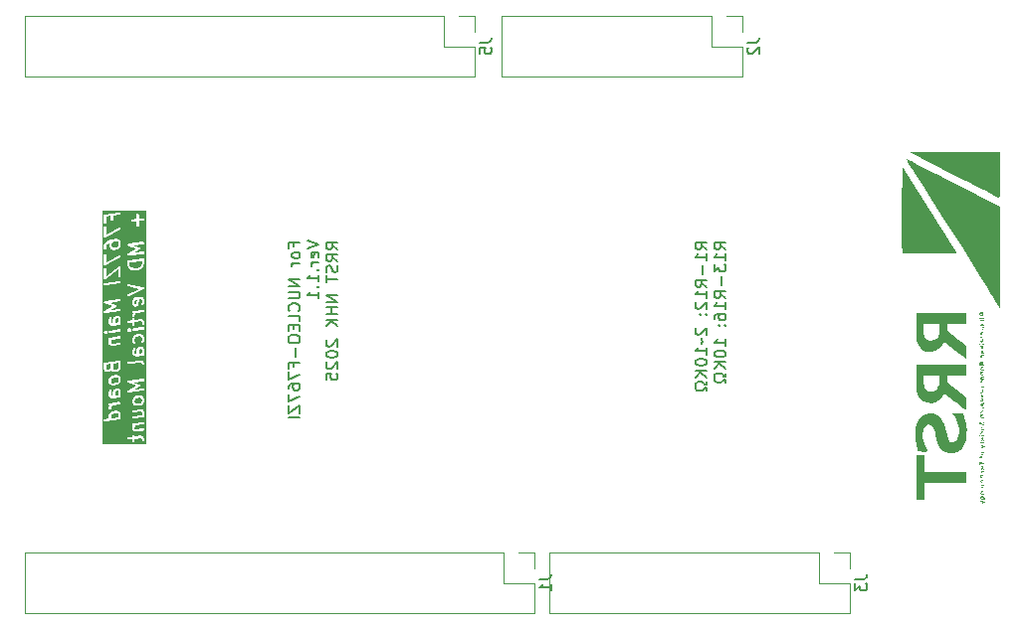
<source format=gbo>
G04 #@! TF.GenerationSoftware,KiCad,Pcbnew,8.0.7*
G04 #@! TF.CreationDate,2024-12-23T09:47:45+09:00*
G04 #@! TF.ProjectId,F767ZI_MB_V1.1,46373637-5a49-45f4-9d42-5f56312e312e,rev?*
G04 #@! TF.SameCoordinates,Original*
G04 #@! TF.FileFunction,Legend,Bot*
G04 #@! TF.FilePolarity,Positive*
%FSLAX46Y46*%
G04 Gerber Fmt 4.6, Leading zero omitted, Abs format (unit mm)*
G04 Created by KiCad (PCBNEW 8.0.7) date 2024-12-23 09:47:45*
%MOMM*%
%LPD*%
G01*
G04 APERTURE LIST*
%ADD10C,0.150000*%
%ADD11C,0.200000*%
%ADD12C,0.000000*%
%ADD13C,0.120000*%
%ADD14R,1.700000X1.700000*%
%ADD15O,1.700000X1.700000*%
%ADD16C,5.000000*%
%ADD17C,1.600000*%
%ADD18O,1.600000X1.600000*%
G04 APERTURE END LIST*
D10*
X135419875Y-94771207D02*
X134943684Y-94437874D01*
X135419875Y-94199779D02*
X134419875Y-94199779D01*
X134419875Y-94199779D02*
X134419875Y-94580731D01*
X134419875Y-94580731D02*
X134467494Y-94675969D01*
X134467494Y-94675969D02*
X134515113Y-94723588D01*
X134515113Y-94723588D02*
X134610351Y-94771207D01*
X134610351Y-94771207D02*
X134753208Y-94771207D01*
X134753208Y-94771207D02*
X134848446Y-94723588D01*
X134848446Y-94723588D02*
X134896065Y-94675969D01*
X134896065Y-94675969D02*
X134943684Y-94580731D01*
X134943684Y-94580731D02*
X134943684Y-94199779D01*
X135419875Y-95723588D02*
X135419875Y-95152160D01*
X135419875Y-95437874D02*
X134419875Y-95437874D01*
X134419875Y-95437874D02*
X134562732Y-95342636D01*
X134562732Y-95342636D02*
X134657970Y-95247398D01*
X134657970Y-95247398D02*
X134705589Y-95152160D01*
X135038922Y-96152160D02*
X135038922Y-96914065D01*
X135419875Y-97961683D02*
X134943684Y-97628350D01*
X135419875Y-97390255D02*
X134419875Y-97390255D01*
X134419875Y-97390255D02*
X134419875Y-97771207D01*
X134419875Y-97771207D02*
X134467494Y-97866445D01*
X134467494Y-97866445D02*
X134515113Y-97914064D01*
X134515113Y-97914064D02*
X134610351Y-97961683D01*
X134610351Y-97961683D02*
X134753208Y-97961683D01*
X134753208Y-97961683D02*
X134848446Y-97914064D01*
X134848446Y-97914064D02*
X134896065Y-97866445D01*
X134896065Y-97866445D02*
X134943684Y-97771207D01*
X134943684Y-97771207D02*
X134943684Y-97390255D01*
X135419875Y-98914064D02*
X135419875Y-98342636D01*
X135419875Y-98628350D02*
X134419875Y-98628350D01*
X134419875Y-98628350D02*
X134562732Y-98533112D01*
X134562732Y-98533112D02*
X134657970Y-98437874D01*
X134657970Y-98437874D02*
X134705589Y-98342636D01*
X134515113Y-99295017D02*
X134467494Y-99342636D01*
X134467494Y-99342636D02*
X134419875Y-99437874D01*
X134419875Y-99437874D02*
X134419875Y-99675969D01*
X134419875Y-99675969D02*
X134467494Y-99771207D01*
X134467494Y-99771207D02*
X134515113Y-99818826D01*
X134515113Y-99818826D02*
X134610351Y-99866445D01*
X134610351Y-99866445D02*
X134705589Y-99866445D01*
X134705589Y-99866445D02*
X134848446Y-99818826D01*
X134848446Y-99818826D02*
X135419875Y-99247398D01*
X135419875Y-99247398D02*
X135419875Y-99866445D01*
X135324636Y-100295017D02*
X135372256Y-100342636D01*
X135372256Y-100342636D02*
X135419875Y-100295017D01*
X135419875Y-100295017D02*
X135372256Y-100247398D01*
X135372256Y-100247398D02*
X135324636Y-100295017D01*
X135324636Y-100295017D02*
X135419875Y-100295017D01*
X134800827Y-100295017D02*
X134848446Y-100342636D01*
X134848446Y-100342636D02*
X134896065Y-100295017D01*
X134896065Y-100295017D02*
X134848446Y-100247398D01*
X134848446Y-100247398D02*
X134800827Y-100295017D01*
X134800827Y-100295017D02*
X134896065Y-100295017D01*
X134515113Y-101485493D02*
X134467494Y-101533112D01*
X134467494Y-101533112D02*
X134419875Y-101628350D01*
X134419875Y-101628350D02*
X134419875Y-101866445D01*
X134419875Y-101866445D02*
X134467494Y-101961683D01*
X134467494Y-101961683D02*
X134515113Y-102009302D01*
X134515113Y-102009302D02*
X134610351Y-102056921D01*
X134610351Y-102056921D02*
X134705589Y-102056921D01*
X134705589Y-102056921D02*
X134848446Y-102009302D01*
X134848446Y-102009302D02*
X135419875Y-101437874D01*
X135419875Y-101437874D02*
X135419875Y-102056921D01*
X135038922Y-102342636D02*
X134991303Y-102390255D01*
X134991303Y-102390255D02*
X134943684Y-102485493D01*
X134943684Y-102485493D02*
X135038922Y-102675969D01*
X135038922Y-102675969D02*
X134991303Y-102771207D01*
X134991303Y-102771207D02*
X134943684Y-102818826D01*
X135419875Y-103723588D02*
X135419875Y-103152160D01*
X135419875Y-103437874D02*
X134419875Y-103437874D01*
X134419875Y-103437874D02*
X134562732Y-103342636D01*
X134562732Y-103342636D02*
X134657970Y-103247398D01*
X134657970Y-103247398D02*
X134705589Y-103152160D01*
X134419875Y-104342636D02*
X134419875Y-104437874D01*
X134419875Y-104437874D02*
X134467494Y-104533112D01*
X134467494Y-104533112D02*
X134515113Y-104580731D01*
X134515113Y-104580731D02*
X134610351Y-104628350D01*
X134610351Y-104628350D02*
X134800827Y-104675969D01*
X134800827Y-104675969D02*
X135038922Y-104675969D01*
X135038922Y-104675969D02*
X135229398Y-104628350D01*
X135229398Y-104628350D02*
X135324636Y-104580731D01*
X135324636Y-104580731D02*
X135372256Y-104533112D01*
X135372256Y-104533112D02*
X135419875Y-104437874D01*
X135419875Y-104437874D02*
X135419875Y-104342636D01*
X135419875Y-104342636D02*
X135372256Y-104247398D01*
X135372256Y-104247398D02*
X135324636Y-104199779D01*
X135324636Y-104199779D02*
X135229398Y-104152160D01*
X135229398Y-104152160D02*
X135038922Y-104104541D01*
X135038922Y-104104541D02*
X134800827Y-104104541D01*
X134800827Y-104104541D02*
X134610351Y-104152160D01*
X134610351Y-104152160D02*
X134515113Y-104199779D01*
X134515113Y-104199779D02*
X134467494Y-104247398D01*
X134467494Y-104247398D02*
X134419875Y-104342636D01*
X135419875Y-105104541D02*
X134419875Y-105104541D01*
X135419875Y-105675969D02*
X134848446Y-105247398D01*
X134419875Y-105675969D02*
X134991303Y-105104541D01*
X135419875Y-106056922D02*
X135419875Y-106295017D01*
X135419875Y-106295017D02*
X135229398Y-106295017D01*
X135229398Y-106295017D02*
X135181779Y-106199779D01*
X135181779Y-106199779D02*
X135086541Y-106104541D01*
X135086541Y-106104541D02*
X134943684Y-106056922D01*
X134943684Y-106056922D02*
X134705589Y-106056922D01*
X134705589Y-106056922D02*
X134562732Y-106104541D01*
X134562732Y-106104541D02*
X134467494Y-106199779D01*
X134467494Y-106199779D02*
X134419875Y-106342636D01*
X134419875Y-106342636D02*
X134419875Y-106533112D01*
X134419875Y-106533112D02*
X134467494Y-106675969D01*
X134467494Y-106675969D02*
X134562732Y-106771207D01*
X134562732Y-106771207D02*
X134705589Y-106818826D01*
X134705589Y-106818826D02*
X134943684Y-106818826D01*
X134943684Y-106818826D02*
X135086541Y-106771207D01*
X135086541Y-106771207D02*
X135181779Y-106675969D01*
X135181779Y-106675969D02*
X135229398Y-106580731D01*
X135229398Y-106580731D02*
X135419875Y-106580731D01*
X135419875Y-106580731D02*
X135419875Y-106818826D01*
X137029819Y-94771207D02*
X136553628Y-94437874D01*
X137029819Y-94199779D02*
X136029819Y-94199779D01*
X136029819Y-94199779D02*
X136029819Y-94580731D01*
X136029819Y-94580731D02*
X136077438Y-94675969D01*
X136077438Y-94675969D02*
X136125057Y-94723588D01*
X136125057Y-94723588D02*
X136220295Y-94771207D01*
X136220295Y-94771207D02*
X136363152Y-94771207D01*
X136363152Y-94771207D02*
X136458390Y-94723588D01*
X136458390Y-94723588D02*
X136506009Y-94675969D01*
X136506009Y-94675969D02*
X136553628Y-94580731D01*
X136553628Y-94580731D02*
X136553628Y-94199779D01*
X137029819Y-95723588D02*
X137029819Y-95152160D01*
X137029819Y-95437874D02*
X136029819Y-95437874D01*
X136029819Y-95437874D02*
X136172676Y-95342636D01*
X136172676Y-95342636D02*
X136267914Y-95247398D01*
X136267914Y-95247398D02*
X136315533Y-95152160D01*
X136029819Y-96056922D02*
X136029819Y-96675969D01*
X136029819Y-96675969D02*
X136410771Y-96342636D01*
X136410771Y-96342636D02*
X136410771Y-96485493D01*
X136410771Y-96485493D02*
X136458390Y-96580731D01*
X136458390Y-96580731D02*
X136506009Y-96628350D01*
X136506009Y-96628350D02*
X136601247Y-96675969D01*
X136601247Y-96675969D02*
X136839342Y-96675969D01*
X136839342Y-96675969D02*
X136934580Y-96628350D01*
X136934580Y-96628350D02*
X136982200Y-96580731D01*
X136982200Y-96580731D02*
X137029819Y-96485493D01*
X137029819Y-96485493D02*
X137029819Y-96199779D01*
X137029819Y-96199779D02*
X136982200Y-96104541D01*
X136982200Y-96104541D02*
X136934580Y-96056922D01*
X136648866Y-97104541D02*
X136648866Y-97866446D01*
X137029819Y-98914064D02*
X136553628Y-98580731D01*
X137029819Y-98342636D02*
X136029819Y-98342636D01*
X136029819Y-98342636D02*
X136029819Y-98723588D01*
X136029819Y-98723588D02*
X136077438Y-98818826D01*
X136077438Y-98818826D02*
X136125057Y-98866445D01*
X136125057Y-98866445D02*
X136220295Y-98914064D01*
X136220295Y-98914064D02*
X136363152Y-98914064D01*
X136363152Y-98914064D02*
X136458390Y-98866445D01*
X136458390Y-98866445D02*
X136506009Y-98818826D01*
X136506009Y-98818826D02*
X136553628Y-98723588D01*
X136553628Y-98723588D02*
X136553628Y-98342636D01*
X137029819Y-99866445D02*
X137029819Y-99295017D01*
X137029819Y-99580731D02*
X136029819Y-99580731D01*
X136029819Y-99580731D02*
X136172676Y-99485493D01*
X136172676Y-99485493D02*
X136267914Y-99390255D01*
X136267914Y-99390255D02*
X136315533Y-99295017D01*
X136029819Y-100723588D02*
X136029819Y-100533112D01*
X136029819Y-100533112D02*
X136077438Y-100437874D01*
X136077438Y-100437874D02*
X136125057Y-100390255D01*
X136125057Y-100390255D02*
X136267914Y-100295017D01*
X136267914Y-100295017D02*
X136458390Y-100247398D01*
X136458390Y-100247398D02*
X136839342Y-100247398D01*
X136839342Y-100247398D02*
X136934580Y-100295017D01*
X136934580Y-100295017D02*
X136982200Y-100342636D01*
X136982200Y-100342636D02*
X137029819Y-100437874D01*
X137029819Y-100437874D02*
X137029819Y-100628350D01*
X137029819Y-100628350D02*
X136982200Y-100723588D01*
X136982200Y-100723588D02*
X136934580Y-100771207D01*
X136934580Y-100771207D02*
X136839342Y-100818826D01*
X136839342Y-100818826D02*
X136601247Y-100818826D01*
X136601247Y-100818826D02*
X136506009Y-100771207D01*
X136506009Y-100771207D02*
X136458390Y-100723588D01*
X136458390Y-100723588D02*
X136410771Y-100628350D01*
X136410771Y-100628350D02*
X136410771Y-100437874D01*
X136410771Y-100437874D02*
X136458390Y-100342636D01*
X136458390Y-100342636D02*
X136506009Y-100295017D01*
X136506009Y-100295017D02*
X136601247Y-100247398D01*
X136934580Y-101247398D02*
X136982200Y-101295017D01*
X136982200Y-101295017D02*
X137029819Y-101247398D01*
X137029819Y-101247398D02*
X136982200Y-101199779D01*
X136982200Y-101199779D02*
X136934580Y-101247398D01*
X136934580Y-101247398D02*
X137029819Y-101247398D01*
X136410771Y-101247398D02*
X136458390Y-101295017D01*
X136458390Y-101295017D02*
X136506009Y-101247398D01*
X136506009Y-101247398D02*
X136458390Y-101199779D01*
X136458390Y-101199779D02*
X136410771Y-101247398D01*
X136410771Y-101247398D02*
X136506009Y-101247398D01*
X137029819Y-103009302D02*
X137029819Y-102437874D01*
X137029819Y-102723588D02*
X136029819Y-102723588D01*
X136029819Y-102723588D02*
X136172676Y-102628350D01*
X136172676Y-102628350D02*
X136267914Y-102533112D01*
X136267914Y-102533112D02*
X136315533Y-102437874D01*
X136029819Y-103628350D02*
X136029819Y-103723588D01*
X136029819Y-103723588D02*
X136077438Y-103818826D01*
X136077438Y-103818826D02*
X136125057Y-103866445D01*
X136125057Y-103866445D02*
X136220295Y-103914064D01*
X136220295Y-103914064D02*
X136410771Y-103961683D01*
X136410771Y-103961683D02*
X136648866Y-103961683D01*
X136648866Y-103961683D02*
X136839342Y-103914064D01*
X136839342Y-103914064D02*
X136934580Y-103866445D01*
X136934580Y-103866445D02*
X136982200Y-103818826D01*
X136982200Y-103818826D02*
X137029819Y-103723588D01*
X137029819Y-103723588D02*
X137029819Y-103628350D01*
X137029819Y-103628350D02*
X136982200Y-103533112D01*
X136982200Y-103533112D02*
X136934580Y-103485493D01*
X136934580Y-103485493D02*
X136839342Y-103437874D01*
X136839342Y-103437874D02*
X136648866Y-103390255D01*
X136648866Y-103390255D02*
X136410771Y-103390255D01*
X136410771Y-103390255D02*
X136220295Y-103437874D01*
X136220295Y-103437874D02*
X136125057Y-103485493D01*
X136125057Y-103485493D02*
X136077438Y-103533112D01*
X136077438Y-103533112D02*
X136029819Y-103628350D01*
X137029819Y-104390255D02*
X136029819Y-104390255D01*
X137029819Y-104961683D02*
X136458390Y-104533112D01*
X136029819Y-104961683D02*
X136601247Y-104390255D01*
X137029819Y-105342636D02*
X137029819Y-105580731D01*
X137029819Y-105580731D02*
X136839342Y-105580731D01*
X136839342Y-105580731D02*
X136791723Y-105485493D01*
X136791723Y-105485493D02*
X136696485Y-105390255D01*
X136696485Y-105390255D02*
X136553628Y-105342636D01*
X136553628Y-105342636D02*
X136315533Y-105342636D01*
X136315533Y-105342636D02*
X136172676Y-105390255D01*
X136172676Y-105390255D02*
X136077438Y-105485493D01*
X136077438Y-105485493D02*
X136029819Y-105628350D01*
X136029819Y-105628350D02*
X136029819Y-105818826D01*
X136029819Y-105818826D02*
X136077438Y-105961683D01*
X136077438Y-105961683D02*
X136172676Y-106056921D01*
X136172676Y-106056921D02*
X136315533Y-106104540D01*
X136315533Y-106104540D02*
X136553628Y-106104540D01*
X136553628Y-106104540D02*
X136696485Y-106056921D01*
X136696485Y-106056921D02*
X136791723Y-105961683D01*
X136791723Y-105961683D02*
X136839342Y-105866445D01*
X136839342Y-105866445D02*
X137029819Y-105866445D01*
X137029819Y-105866445D02*
X137029819Y-106104540D01*
X100266121Y-94533112D02*
X100266121Y-94199779D01*
X100789931Y-94199779D02*
X99789931Y-94199779D01*
X99789931Y-94199779D02*
X99789931Y-94675969D01*
X100789931Y-95199779D02*
X100742312Y-95104541D01*
X100742312Y-95104541D02*
X100694692Y-95056922D01*
X100694692Y-95056922D02*
X100599454Y-95009303D01*
X100599454Y-95009303D02*
X100313740Y-95009303D01*
X100313740Y-95009303D02*
X100218502Y-95056922D01*
X100218502Y-95056922D02*
X100170883Y-95104541D01*
X100170883Y-95104541D02*
X100123264Y-95199779D01*
X100123264Y-95199779D02*
X100123264Y-95342636D01*
X100123264Y-95342636D02*
X100170883Y-95437874D01*
X100170883Y-95437874D02*
X100218502Y-95485493D01*
X100218502Y-95485493D02*
X100313740Y-95533112D01*
X100313740Y-95533112D02*
X100599454Y-95533112D01*
X100599454Y-95533112D02*
X100694692Y-95485493D01*
X100694692Y-95485493D02*
X100742312Y-95437874D01*
X100742312Y-95437874D02*
X100789931Y-95342636D01*
X100789931Y-95342636D02*
X100789931Y-95199779D01*
X100789931Y-95961684D02*
X100123264Y-95961684D01*
X100313740Y-95961684D02*
X100218502Y-96009303D01*
X100218502Y-96009303D02*
X100170883Y-96056922D01*
X100170883Y-96056922D02*
X100123264Y-96152160D01*
X100123264Y-96152160D02*
X100123264Y-96247398D01*
X100789931Y-97342637D02*
X99789931Y-97342637D01*
X99789931Y-97342637D02*
X100789931Y-97914065D01*
X100789931Y-97914065D02*
X99789931Y-97914065D01*
X99789931Y-98390256D02*
X100599454Y-98390256D01*
X100599454Y-98390256D02*
X100694692Y-98437875D01*
X100694692Y-98437875D02*
X100742312Y-98485494D01*
X100742312Y-98485494D02*
X100789931Y-98580732D01*
X100789931Y-98580732D02*
X100789931Y-98771208D01*
X100789931Y-98771208D02*
X100742312Y-98866446D01*
X100742312Y-98866446D02*
X100694692Y-98914065D01*
X100694692Y-98914065D02*
X100599454Y-98961684D01*
X100599454Y-98961684D02*
X99789931Y-98961684D01*
X100694692Y-100009303D02*
X100742312Y-99961684D01*
X100742312Y-99961684D02*
X100789931Y-99818827D01*
X100789931Y-99818827D02*
X100789931Y-99723589D01*
X100789931Y-99723589D02*
X100742312Y-99580732D01*
X100742312Y-99580732D02*
X100647073Y-99485494D01*
X100647073Y-99485494D02*
X100551835Y-99437875D01*
X100551835Y-99437875D02*
X100361359Y-99390256D01*
X100361359Y-99390256D02*
X100218502Y-99390256D01*
X100218502Y-99390256D02*
X100028026Y-99437875D01*
X100028026Y-99437875D02*
X99932788Y-99485494D01*
X99932788Y-99485494D02*
X99837550Y-99580732D01*
X99837550Y-99580732D02*
X99789931Y-99723589D01*
X99789931Y-99723589D02*
X99789931Y-99818827D01*
X99789931Y-99818827D02*
X99837550Y-99961684D01*
X99837550Y-99961684D02*
X99885169Y-100009303D01*
X100789931Y-100914065D02*
X100789931Y-100437875D01*
X100789931Y-100437875D02*
X99789931Y-100437875D01*
X100266121Y-101247399D02*
X100266121Y-101580732D01*
X100789931Y-101723589D02*
X100789931Y-101247399D01*
X100789931Y-101247399D02*
X99789931Y-101247399D01*
X99789931Y-101247399D02*
X99789931Y-101723589D01*
X99789931Y-102342637D02*
X99789931Y-102533113D01*
X99789931Y-102533113D02*
X99837550Y-102628351D01*
X99837550Y-102628351D02*
X99932788Y-102723589D01*
X99932788Y-102723589D02*
X100123264Y-102771208D01*
X100123264Y-102771208D02*
X100456597Y-102771208D01*
X100456597Y-102771208D02*
X100647073Y-102723589D01*
X100647073Y-102723589D02*
X100742312Y-102628351D01*
X100742312Y-102628351D02*
X100789931Y-102533113D01*
X100789931Y-102533113D02*
X100789931Y-102342637D01*
X100789931Y-102342637D02*
X100742312Y-102247399D01*
X100742312Y-102247399D02*
X100647073Y-102152161D01*
X100647073Y-102152161D02*
X100456597Y-102104542D01*
X100456597Y-102104542D02*
X100123264Y-102104542D01*
X100123264Y-102104542D02*
X99932788Y-102152161D01*
X99932788Y-102152161D02*
X99837550Y-102247399D01*
X99837550Y-102247399D02*
X99789931Y-102342637D01*
X100408978Y-103199780D02*
X100408978Y-103961685D01*
X100266121Y-104771208D02*
X100266121Y-104437875D01*
X100789931Y-104437875D02*
X99789931Y-104437875D01*
X99789931Y-104437875D02*
X99789931Y-104914065D01*
X99789931Y-105199780D02*
X99789931Y-105866446D01*
X99789931Y-105866446D02*
X100789931Y-105437875D01*
X99789931Y-106675970D02*
X99789931Y-106485494D01*
X99789931Y-106485494D02*
X99837550Y-106390256D01*
X99837550Y-106390256D02*
X99885169Y-106342637D01*
X99885169Y-106342637D02*
X100028026Y-106247399D01*
X100028026Y-106247399D02*
X100218502Y-106199780D01*
X100218502Y-106199780D02*
X100599454Y-106199780D01*
X100599454Y-106199780D02*
X100694692Y-106247399D01*
X100694692Y-106247399D02*
X100742312Y-106295018D01*
X100742312Y-106295018D02*
X100789931Y-106390256D01*
X100789931Y-106390256D02*
X100789931Y-106580732D01*
X100789931Y-106580732D02*
X100742312Y-106675970D01*
X100742312Y-106675970D02*
X100694692Y-106723589D01*
X100694692Y-106723589D02*
X100599454Y-106771208D01*
X100599454Y-106771208D02*
X100361359Y-106771208D01*
X100361359Y-106771208D02*
X100266121Y-106723589D01*
X100266121Y-106723589D02*
X100218502Y-106675970D01*
X100218502Y-106675970D02*
X100170883Y-106580732D01*
X100170883Y-106580732D02*
X100170883Y-106390256D01*
X100170883Y-106390256D02*
X100218502Y-106295018D01*
X100218502Y-106295018D02*
X100266121Y-106247399D01*
X100266121Y-106247399D02*
X100361359Y-106199780D01*
X99789931Y-107104542D02*
X99789931Y-107771208D01*
X99789931Y-107771208D02*
X100789931Y-107342637D01*
X99789931Y-108056923D02*
X99789931Y-108723589D01*
X99789931Y-108723589D02*
X100789931Y-108056923D01*
X100789931Y-108056923D02*
X100789931Y-108723589D01*
X100789931Y-109104542D02*
X99789931Y-109104542D01*
X101399875Y-94056922D02*
X102399875Y-94390255D01*
X102399875Y-94390255D02*
X101399875Y-94723588D01*
X102352256Y-95437874D02*
X102399875Y-95342636D01*
X102399875Y-95342636D02*
X102399875Y-95152160D01*
X102399875Y-95152160D02*
X102352256Y-95056922D01*
X102352256Y-95056922D02*
X102257017Y-95009303D01*
X102257017Y-95009303D02*
X101876065Y-95009303D01*
X101876065Y-95009303D02*
X101780827Y-95056922D01*
X101780827Y-95056922D02*
X101733208Y-95152160D01*
X101733208Y-95152160D02*
X101733208Y-95342636D01*
X101733208Y-95342636D02*
X101780827Y-95437874D01*
X101780827Y-95437874D02*
X101876065Y-95485493D01*
X101876065Y-95485493D02*
X101971303Y-95485493D01*
X101971303Y-95485493D02*
X102066541Y-95009303D01*
X102399875Y-95914065D02*
X101733208Y-95914065D01*
X101923684Y-95914065D02*
X101828446Y-95961684D01*
X101828446Y-95961684D02*
X101780827Y-96009303D01*
X101780827Y-96009303D02*
X101733208Y-96104541D01*
X101733208Y-96104541D02*
X101733208Y-96199779D01*
X102304636Y-96533113D02*
X102352256Y-96580732D01*
X102352256Y-96580732D02*
X102399875Y-96533113D01*
X102399875Y-96533113D02*
X102352256Y-96485494D01*
X102352256Y-96485494D02*
X102304636Y-96533113D01*
X102304636Y-96533113D02*
X102399875Y-96533113D01*
X102399875Y-97533112D02*
X102399875Y-96961684D01*
X102399875Y-97247398D02*
X101399875Y-97247398D01*
X101399875Y-97247398D02*
X101542732Y-97152160D01*
X101542732Y-97152160D02*
X101637970Y-97056922D01*
X101637970Y-97056922D02*
X101685589Y-96961684D01*
X102304636Y-97961684D02*
X102352256Y-98009303D01*
X102352256Y-98009303D02*
X102399875Y-97961684D01*
X102399875Y-97961684D02*
X102352256Y-97914065D01*
X102352256Y-97914065D02*
X102304636Y-97961684D01*
X102304636Y-97961684D02*
X102399875Y-97961684D01*
X102399875Y-98961683D02*
X102399875Y-98390255D01*
X102399875Y-98675969D02*
X101399875Y-98675969D01*
X101399875Y-98675969D02*
X101542732Y-98580731D01*
X101542732Y-98580731D02*
X101637970Y-98485493D01*
X101637970Y-98485493D02*
X101685589Y-98390255D01*
X104009819Y-94771207D02*
X103533628Y-94437874D01*
X104009819Y-94199779D02*
X103009819Y-94199779D01*
X103009819Y-94199779D02*
X103009819Y-94580731D01*
X103009819Y-94580731D02*
X103057438Y-94675969D01*
X103057438Y-94675969D02*
X103105057Y-94723588D01*
X103105057Y-94723588D02*
X103200295Y-94771207D01*
X103200295Y-94771207D02*
X103343152Y-94771207D01*
X103343152Y-94771207D02*
X103438390Y-94723588D01*
X103438390Y-94723588D02*
X103486009Y-94675969D01*
X103486009Y-94675969D02*
X103533628Y-94580731D01*
X103533628Y-94580731D02*
X103533628Y-94199779D01*
X104009819Y-95771207D02*
X103533628Y-95437874D01*
X104009819Y-95199779D02*
X103009819Y-95199779D01*
X103009819Y-95199779D02*
X103009819Y-95580731D01*
X103009819Y-95580731D02*
X103057438Y-95675969D01*
X103057438Y-95675969D02*
X103105057Y-95723588D01*
X103105057Y-95723588D02*
X103200295Y-95771207D01*
X103200295Y-95771207D02*
X103343152Y-95771207D01*
X103343152Y-95771207D02*
X103438390Y-95723588D01*
X103438390Y-95723588D02*
X103486009Y-95675969D01*
X103486009Y-95675969D02*
X103533628Y-95580731D01*
X103533628Y-95580731D02*
X103533628Y-95199779D01*
X103962200Y-96152160D02*
X104009819Y-96295017D01*
X104009819Y-96295017D02*
X104009819Y-96533112D01*
X104009819Y-96533112D02*
X103962200Y-96628350D01*
X103962200Y-96628350D02*
X103914580Y-96675969D01*
X103914580Y-96675969D02*
X103819342Y-96723588D01*
X103819342Y-96723588D02*
X103724104Y-96723588D01*
X103724104Y-96723588D02*
X103628866Y-96675969D01*
X103628866Y-96675969D02*
X103581247Y-96628350D01*
X103581247Y-96628350D02*
X103533628Y-96533112D01*
X103533628Y-96533112D02*
X103486009Y-96342636D01*
X103486009Y-96342636D02*
X103438390Y-96247398D01*
X103438390Y-96247398D02*
X103390771Y-96199779D01*
X103390771Y-96199779D02*
X103295533Y-96152160D01*
X103295533Y-96152160D02*
X103200295Y-96152160D01*
X103200295Y-96152160D02*
X103105057Y-96199779D01*
X103105057Y-96199779D02*
X103057438Y-96247398D01*
X103057438Y-96247398D02*
X103009819Y-96342636D01*
X103009819Y-96342636D02*
X103009819Y-96580731D01*
X103009819Y-96580731D02*
X103057438Y-96723588D01*
X103009819Y-97009303D02*
X103009819Y-97580731D01*
X104009819Y-97295017D02*
X103009819Y-97295017D01*
X104009819Y-98675970D02*
X103009819Y-98675970D01*
X103009819Y-98675970D02*
X104009819Y-99247398D01*
X104009819Y-99247398D02*
X103009819Y-99247398D01*
X104009819Y-99723589D02*
X103009819Y-99723589D01*
X103486009Y-99723589D02*
X103486009Y-100295017D01*
X104009819Y-100295017D02*
X103009819Y-100295017D01*
X104009819Y-100771208D02*
X103009819Y-100771208D01*
X104009819Y-101342636D02*
X103438390Y-100914065D01*
X103009819Y-101342636D02*
X103581247Y-100771208D01*
X103105057Y-102485494D02*
X103057438Y-102533113D01*
X103057438Y-102533113D02*
X103009819Y-102628351D01*
X103009819Y-102628351D02*
X103009819Y-102866446D01*
X103009819Y-102866446D02*
X103057438Y-102961684D01*
X103057438Y-102961684D02*
X103105057Y-103009303D01*
X103105057Y-103009303D02*
X103200295Y-103056922D01*
X103200295Y-103056922D02*
X103295533Y-103056922D01*
X103295533Y-103056922D02*
X103438390Y-103009303D01*
X103438390Y-103009303D02*
X104009819Y-102437875D01*
X104009819Y-102437875D02*
X104009819Y-103056922D01*
X103009819Y-103675970D02*
X103009819Y-103771208D01*
X103009819Y-103771208D02*
X103057438Y-103866446D01*
X103057438Y-103866446D02*
X103105057Y-103914065D01*
X103105057Y-103914065D02*
X103200295Y-103961684D01*
X103200295Y-103961684D02*
X103390771Y-104009303D01*
X103390771Y-104009303D02*
X103628866Y-104009303D01*
X103628866Y-104009303D02*
X103819342Y-103961684D01*
X103819342Y-103961684D02*
X103914580Y-103914065D01*
X103914580Y-103914065D02*
X103962200Y-103866446D01*
X103962200Y-103866446D02*
X104009819Y-103771208D01*
X104009819Y-103771208D02*
X104009819Y-103675970D01*
X104009819Y-103675970D02*
X103962200Y-103580732D01*
X103962200Y-103580732D02*
X103914580Y-103533113D01*
X103914580Y-103533113D02*
X103819342Y-103485494D01*
X103819342Y-103485494D02*
X103628866Y-103437875D01*
X103628866Y-103437875D02*
X103390771Y-103437875D01*
X103390771Y-103437875D02*
X103200295Y-103485494D01*
X103200295Y-103485494D02*
X103105057Y-103533113D01*
X103105057Y-103533113D02*
X103057438Y-103580732D01*
X103057438Y-103580732D02*
X103009819Y-103675970D01*
X103105057Y-104390256D02*
X103057438Y-104437875D01*
X103057438Y-104437875D02*
X103009819Y-104533113D01*
X103009819Y-104533113D02*
X103009819Y-104771208D01*
X103009819Y-104771208D02*
X103057438Y-104866446D01*
X103057438Y-104866446D02*
X103105057Y-104914065D01*
X103105057Y-104914065D02*
X103200295Y-104961684D01*
X103200295Y-104961684D02*
X103295533Y-104961684D01*
X103295533Y-104961684D02*
X103438390Y-104914065D01*
X103438390Y-104914065D02*
X104009819Y-104342637D01*
X104009819Y-104342637D02*
X104009819Y-104961684D01*
X103009819Y-105866446D02*
X103009819Y-105390256D01*
X103009819Y-105390256D02*
X103486009Y-105342637D01*
X103486009Y-105342637D02*
X103438390Y-105390256D01*
X103438390Y-105390256D02*
X103390771Y-105485494D01*
X103390771Y-105485494D02*
X103390771Y-105723589D01*
X103390771Y-105723589D02*
X103438390Y-105818827D01*
X103438390Y-105818827D02*
X103486009Y-105866446D01*
X103486009Y-105866446D02*
X103581247Y-105914065D01*
X103581247Y-105914065D02*
X103819342Y-105914065D01*
X103819342Y-105914065D02*
X103914580Y-105866446D01*
X103914580Y-105866446D02*
X103962200Y-105818827D01*
X103962200Y-105818827D02*
X104009819Y-105723589D01*
X104009819Y-105723589D02*
X104009819Y-105485494D01*
X104009819Y-105485494D02*
X103962200Y-105390256D01*
X103962200Y-105390256D02*
X103914580Y-105342637D01*
D11*
G36*
X85282993Y-108751640D02*
G01*
X85315046Y-108779685D01*
X85354193Y-108853088D01*
X85354193Y-109043830D01*
X85327632Y-109100271D01*
X84736244Y-109174195D01*
X84720860Y-109145349D01*
X84720860Y-108954608D01*
X84764717Y-108861411D01*
X84805099Y-108815982D01*
X84893248Y-108760888D01*
X85204054Y-108722037D01*
X85282993Y-108751640D01*
G37*
G36*
X87295423Y-107442119D02*
G01*
X87327476Y-107470164D01*
X87366623Y-107543567D01*
X87366623Y-107674785D01*
X87322767Y-107767979D01*
X87282384Y-107813409D01*
X87194234Y-107868503D01*
X86883428Y-107907354D01*
X86804490Y-107877752D01*
X86772436Y-107849704D01*
X86733290Y-107776305D01*
X86733290Y-107645087D01*
X86777147Y-107551890D01*
X86817529Y-107506461D01*
X86905678Y-107451367D01*
X87216484Y-107412516D01*
X87295423Y-107442119D01*
G37*
G36*
X85324203Y-106832570D02*
G01*
X85354193Y-106888801D01*
X85354193Y-107139068D01*
X85327632Y-107195509D01*
X85077427Y-107226785D01*
X85078003Y-107220945D01*
X85078003Y-106945680D01*
X85115479Y-106866041D01*
X85190867Y-106818924D01*
X85263578Y-106809835D01*
X85324203Y-106832570D01*
G37*
G36*
X85282993Y-105715926D02*
G01*
X85315046Y-105743971D01*
X85354193Y-105817374D01*
X85354193Y-105948592D01*
X85310337Y-106041786D01*
X85269954Y-106087216D01*
X85181804Y-106142310D01*
X84870998Y-106181161D01*
X84792060Y-106151559D01*
X84760006Y-106123511D01*
X84720860Y-106050112D01*
X84720860Y-105918894D01*
X84764717Y-105825697D01*
X84805099Y-105780268D01*
X84893248Y-105725174D01*
X85204054Y-105686323D01*
X85282993Y-105715926D01*
G37*
G36*
X84699431Y-104839961D02*
G01*
X84655575Y-104933155D01*
X84615192Y-104978585D01*
X84527042Y-105033679D01*
X84454331Y-105042768D01*
X84375394Y-105013166D01*
X84343339Y-104985118D01*
X84304193Y-104911719D01*
X84304193Y-104608330D01*
X84699431Y-104558925D01*
X84699431Y-104839961D01*
G37*
G36*
X85354193Y-104817640D02*
G01*
X85310337Y-104910834D01*
X85269954Y-104956264D01*
X85181804Y-105011358D01*
X85049570Y-105027887D01*
X84970632Y-104998285D01*
X84944714Y-104975607D01*
X84899431Y-104845418D01*
X84899431Y-104533925D01*
X85354193Y-104477080D01*
X85354193Y-104817640D01*
G37*
G36*
X87336633Y-103261145D02*
G01*
X87366623Y-103317376D01*
X87366623Y-103567643D01*
X87340062Y-103624084D01*
X87089857Y-103655360D01*
X87090433Y-103649520D01*
X87090433Y-103374255D01*
X87127909Y-103294616D01*
X87203297Y-103247499D01*
X87276008Y-103238410D01*
X87336633Y-103261145D01*
G37*
G36*
X85324203Y-100642095D02*
G01*
X85354193Y-100698326D01*
X85354193Y-100948593D01*
X85327632Y-101005034D01*
X85077427Y-101036310D01*
X85078003Y-101030470D01*
X85078003Y-100755205D01*
X85115479Y-100675566D01*
X85190867Y-100628449D01*
X85263578Y-100619360D01*
X85324203Y-100642095D01*
G37*
G36*
X86846631Y-99459572D02*
G01*
X86823904Y-99462413D01*
X86763280Y-99439678D01*
X86733290Y-99383447D01*
X86733290Y-99192705D01*
X86770766Y-99113067D01*
X86846154Y-99065950D01*
X86925368Y-99056048D01*
X86846631Y-99459572D01*
G37*
G36*
X87366623Y-95955334D02*
G01*
X87318303Y-96106333D01*
X87222861Y-96213706D01*
X87124506Y-96275177D01*
X86906822Y-96356809D01*
X86752337Y-96376120D01*
X86538328Y-96349369D01*
X86447347Y-96315251D01*
X86361906Y-96240489D01*
X86316623Y-96110300D01*
X86316623Y-95917855D01*
X87366623Y-95786605D01*
X87366623Y-95955334D01*
G37*
G36*
X85282993Y-94108785D02*
G01*
X85315046Y-94136830D01*
X85354193Y-94210233D01*
X85354193Y-94400975D01*
X85310337Y-94494169D01*
X85269954Y-94539599D01*
X85181804Y-94594693D01*
X84930522Y-94626103D01*
X84851584Y-94596501D01*
X84819531Y-94568454D01*
X84780384Y-94495054D01*
X84780384Y-94304313D01*
X84824242Y-94211114D01*
X84864623Y-94165685D01*
X84952772Y-94110593D01*
X85204054Y-94079182D01*
X85282993Y-94108785D01*
G37*
G36*
X87705512Y-111371605D02*
G01*
X83965304Y-111371605D01*
X83965304Y-110881908D01*
X86116882Y-110881908D01*
X86121721Y-110920624D01*
X86141009Y-110954542D01*
X86171808Y-110978497D01*
X86209430Y-110988842D01*
X86229026Y-110988329D01*
X86533290Y-110950296D01*
X86533290Y-111134637D01*
X86535211Y-111154146D01*
X86550143Y-111190194D01*
X86577733Y-111217784D01*
X86613781Y-111232716D01*
X86652799Y-111232716D01*
X86688847Y-111217784D01*
X86716437Y-111190194D01*
X86731369Y-111154146D01*
X86733290Y-111134637D01*
X86733290Y-110925296D01*
X87276009Y-110857456D01*
X87336632Y-110880190D01*
X87366623Y-110936423D01*
X87366623Y-111030470D01*
X87368544Y-111049979D01*
X87383476Y-111086027D01*
X87411066Y-111113617D01*
X87447114Y-111128549D01*
X87486132Y-111128549D01*
X87522180Y-111113617D01*
X87549770Y-111086027D01*
X87564702Y-111049979D01*
X87566623Y-111030470D01*
X87566623Y-110911423D01*
X87564702Y-110891914D01*
X87562821Y-110887373D01*
X87562344Y-110882482D01*
X87554858Y-110864365D01*
X87495336Y-110752757D01*
X87489395Y-110743848D01*
X87488314Y-110741469D01*
X87486973Y-110740216D01*
X87484460Y-110736447D01*
X87471793Y-110726033D01*
X87459804Y-110714830D01*
X87455735Y-110712829D01*
X87454321Y-110711667D01*
X87451823Y-110710906D01*
X87442212Y-110706182D01*
X87323164Y-110661540D01*
X87304222Y-110656489D01*
X87299653Y-110656644D01*
X87295245Y-110655432D01*
X87275649Y-110655945D01*
X86733290Y-110723739D01*
X86733290Y-110658446D01*
X86731369Y-110638937D01*
X86716437Y-110602889D01*
X86688847Y-110575299D01*
X86652799Y-110560367D01*
X86613781Y-110560367D01*
X86577733Y-110575299D01*
X86550143Y-110602889D01*
X86535211Y-110638937D01*
X86533290Y-110658446D01*
X86533290Y-110748739D01*
X86204220Y-110789873D01*
X86185100Y-110794199D01*
X86151182Y-110813487D01*
X86127227Y-110844286D01*
X86116882Y-110881908D01*
X83965304Y-110881908D01*
X83965304Y-109884637D01*
X86533290Y-109884637D01*
X86533290Y-110063209D01*
X86535211Y-110082718D01*
X86537091Y-110087258D01*
X86537569Y-110092150D01*
X86545055Y-110110268D01*
X86604579Y-110221875D01*
X86610515Y-110230778D01*
X86611599Y-110233161D01*
X86612941Y-110234414D01*
X86615455Y-110238185D01*
X86628122Y-110248599D01*
X86640109Y-110259800D01*
X86644177Y-110261800D01*
X86645594Y-110262965D01*
X86648094Y-110263725D01*
X86657701Y-110268449D01*
X86776748Y-110313092D01*
X86795689Y-110318143D01*
X86800259Y-110317987D01*
X86804668Y-110319200D01*
X86824265Y-110318687D01*
X87479027Y-110236841D01*
X87498147Y-110232515D01*
X87532065Y-110213227D01*
X87556019Y-110182428D01*
X87566365Y-110144806D01*
X87561525Y-110106089D01*
X87542237Y-110072172D01*
X87511438Y-110048217D01*
X87473816Y-110037872D01*
X87454220Y-110038385D01*
X86823904Y-110117175D01*
X86763280Y-110094440D01*
X86733290Y-110038209D01*
X86733290Y-109906991D01*
X86777147Y-109813794D01*
X86802080Y-109785745D01*
X87479026Y-109701127D01*
X87498146Y-109696801D01*
X87532064Y-109677513D01*
X87556019Y-109646714D01*
X87566364Y-109609092D01*
X87561525Y-109570375D01*
X87542237Y-109536458D01*
X87511438Y-109512503D01*
X87473816Y-109502158D01*
X87454219Y-109502671D01*
X86620886Y-109606838D01*
X86601766Y-109611164D01*
X86567849Y-109630452D01*
X86543894Y-109661251D01*
X86533549Y-109698873D01*
X86538388Y-109737590D01*
X86557676Y-109771507D01*
X86571096Y-109781944D01*
X86542808Y-109842057D01*
X86536239Y-109860527D01*
X86536126Y-109862918D01*
X86535211Y-109865128D01*
X86533290Y-109884637D01*
X83965304Y-109884637D01*
X83965304Y-109334287D01*
X84104452Y-109334287D01*
X84109291Y-109373004D01*
X84128579Y-109406921D01*
X84159378Y-109430876D01*
X84197000Y-109441221D01*
X84216596Y-109440708D01*
X85466597Y-109284458D01*
X85485717Y-109280132D01*
X85519634Y-109260844D01*
X85543589Y-109230045D01*
X85553935Y-109192423D01*
X85549095Y-109153706D01*
X85535103Y-109129102D01*
X85544675Y-109108763D01*
X85551244Y-109090293D01*
X85551356Y-109087901D01*
X85552272Y-109085692D01*
X85554193Y-109066183D01*
X85554193Y-108828088D01*
X85552272Y-108808579D01*
X85550391Y-108804038D01*
X85549914Y-108799147D01*
X85542428Y-108781030D01*
X85482906Y-108669422D01*
X85474813Y-108657285D01*
X85473937Y-108655514D01*
X85472883Y-108654391D01*
X85472030Y-108653112D01*
X85470504Y-108651858D01*
X85460520Y-108641222D01*
X85400996Y-108589139D01*
X85389342Y-108580807D01*
X85387850Y-108579413D01*
X85386383Y-108578691D01*
X85385049Y-108577738D01*
X85383107Y-108577081D01*
X85370258Y-108570764D01*
X85362677Y-108567921D01*
X86533549Y-108567921D01*
X86538388Y-108606638D01*
X86557676Y-108640555D01*
X86588475Y-108664510D01*
X86626097Y-108674855D01*
X86645693Y-108674342D01*
X87276009Y-108595552D01*
X87336632Y-108618286D01*
X87366623Y-108674519D01*
X87366623Y-108805737D01*
X87322767Y-108898931D01*
X87297834Y-108926981D01*
X86620886Y-109011600D01*
X86601766Y-109015926D01*
X86567849Y-109035214D01*
X86543894Y-109066013D01*
X86533549Y-109103635D01*
X86538388Y-109142352D01*
X86557676Y-109176269D01*
X86588475Y-109200224D01*
X86626097Y-109210569D01*
X86645694Y-109210056D01*
X87479026Y-109105889D01*
X87498146Y-109101563D01*
X87532064Y-109082275D01*
X87556019Y-109051476D01*
X87566364Y-109013854D01*
X87561525Y-108975137D01*
X87542237Y-108941220D01*
X87528817Y-108930782D01*
X87557105Y-108870670D01*
X87563674Y-108852200D01*
X87563786Y-108849808D01*
X87564702Y-108847599D01*
X87566623Y-108828090D01*
X87566623Y-108649519D01*
X87564702Y-108630010D01*
X87562821Y-108625469D01*
X87562344Y-108620578D01*
X87554858Y-108602461D01*
X87495336Y-108490853D01*
X87489395Y-108481944D01*
X87488314Y-108479565D01*
X87486973Y-108478312D01*
X87484460Y-108474543D01*
X87471793Y-108464129D01*
X87459804Y-108452926D01*
X87455735Y-108450925D01*
X87454321Y-108449763D01*
X87451823Y-108449002D01*
X87442212Y-108444278D01*
X87323164Y-108399636D01*
X87304222Y-108394585D01*
X87299653Y-108394740D01*
X87295245Y-108393528D01*
X87275648Y-108394041D01*
X86620887Y-108475886D01*
X86601766Y-108480212D01*
X86567849Y-108499500D01*
X86543894Y-108530299D01*
X86533549Y-108567921D01*
X85362677Y-108567921D01*
X85251210Y-108526121D01*
X85232269Y-108521070D01*
X85227699Y-108521225D01*
X85223291Y-108520013D01*
X85203694Y-108520526D01*
X84846551Y-108565169D01*
X84827431Y-108569495D01*
X84825595Y-108570538D01*
X84823516Y-108570887D01*
X84805955Y-108579597D01*
X84686908Y-108654002D01*
X84681670Y-108658039D01*
X84679564Y-108659061D01*
X84675630Y-108662695D01*
X84671382Y-108665971D01*
X84670021Y-108667879D01*
X84665167Y-108672365D01*
X84605643Y-108739329D01*
X84601694Y-108744761D01*
X84599947Y-108746352D01*
X84597231Y-108750903D01*
X84594118Y-108755187D01*
X84593344Y-108757417D01*
X84589902Y-108763186D01*
X84530378Y-108889674D01*
X84523809Y-108908144D01*
X84523696Y-108910535D01*
X84522781Y-108912745D01*
X84520860Y-108932254D01*
X84520860Y-109170349D01*
X84522781Y-109189858D01*
X84524661Y-109194398D01*
X84525139Y-109199290D01*
X84525647Y-109200519D01*
X84191790Y-109242252D01*
X84172669Y-109246578D01*
X84138752Y-109265866D01*
X84114797Y-109296665D01*
X84104452Y-109334287D01*
X83965304Y-109334287D01*
X83965304Y-108217968D01*
X84520860Y-108217968D01*
X84520860Y-108337016D01*
X84522781Y-108356525D01*
X84537713Y-108392573D01*
X84565303Y-108420163D01*
X84601351Y-108435095D01*
X84640369Y-108435095D01*
X84676417Y-108420163D01*
X84704007Y-108392573D01*
X84718939Y-108356525D01*
X84720860Y-108337016D01*
X84720860Y-108240322D01*
X84764717Y-108147125D01*
X84805099Y-108101696D01*
X84893248Y-108046602D01*
X85466596Y-107974934D01*
X85485716Y-107970608D01*
X85519634Y-107951320D01*
X85543589Y-107920521D01*
X85553934Y-107882899D01*
X85549095Y-107844182D01*
X85529807Y-107810265D01*
X85499008Y-107786310D01*
X85461386Y-107775965D01*
X85441789Y-107776478D01*
X84608456Y-107880645D01*
X84589336Y-107884971D01*
X84555419Y-107904259D01*
X84531464Y-107935058D01*
X84521119Y-107972680D01*
X84525958Y-108011397D01*
X84545246Y-108045314D01*
X84576045Y-108069269D01*
X84579827Y-108070308D01*
X84530378Y-108175388D01*
X84523809Y-108193858D01*
X84523696Y-108196249D01*
X84522781Y-108198459D01*
X84520860Y-108217968D01*
X83965304Y-108217968D01*
X83965304Y-107622733D01*
X86533290Y-107622733D01*
X86533290Y-107801305D01*
X86535211Y-107820814D01*
X86537091Y-107825354D01*
X86537569Y-107830246D01*
X86545055Y-107848364D01*
X86604579Y-107959971D01*
X86612669Y-107972104D01*
X86613547Y-107973878D01*
X86614601Y-107975001D01*
X86615455Y-107976281D01*
X86616979Y-107977534D01*
X86626964Y-107988170D01*
X86686488Y-108040253D01*
X86698137Y-108048581D01*
X86699633Y-108049979D01*
X86701103Y-108050701D01*
X86702435Y-108051654D01*
X86704373Y-108052309D01*
X86717225Y-108058628D01*
X86836272Y-108103271D01*
X86855213Y-108108322D01*
X86859783Y-108108166D01*
X86864192Y-108109379D01*
X86883789Y-108108866D01*
X87240931Y-108064223D01*
X87260051Y-108059897D01*
X87261884Y-108058854D01*
X87263966Y-108058506D01*
X87281528Y-108049795D01*
X87400576Y-107975390D01*
X87405809Y-107971355D01*
X87407920Y-107970332D01*
X87411861Y-107966689D01*
X87416101Y-107963421D01*
X87417459Y-107961516D01*
X87422317Y-107957027D01*
X87481841Y-107890063D01*
X87485791Y-107884627D01*
X87487537Y-107883039D01*
X87490249Y-107878493D01*
X87493366Y-107874205D01*
X87494140Y-107871972D01*
X87497582Y-107866205D01*
X87557105Y-107739718D01*
X87563674Y-107721248D01*
X87563786Y-107718856D01*
X87564702Y-107716647D01*
X87566623Y-107697138D01*
X87566623Y-107518567D01*
X87564702Y-107499058D01*
X87562821Y-107494517D01*
X87562344Y-107489626D01*
X87554858Y-107471509D01*
X87495336Y-107359901D01*
X87487243Y-107347764D01*
X87486367Y-107345993D01*
X87485313Y-107344870D01*
X87484460Y-107343591D01*
X87482934Y-107342337D01*
X87472950Y-107331701D01*
X87413426Y-107279618D01*
X87401772Y-107271286D01*
X87400280Y-107269892D01*
X87398813Y-107269170D01*
X87397479Y-107268217D01*
X87395537Y-107267560D01*
X87382688Y-107261243D01*
X87263640Y-107216600D01*
X87244699Y-107211549D01*
X87240129Y-107211704D01*
X87235721Y-107210492D01*
X87216124Y-107211005D01*
X86858981Y-107255648D01*
X86839861Y-107259974D01*
X86838025Y-107261017D01*
X86835946Y-107261366D01*
X86818385Y-107270076D01*
X86699338Y-107344481D01*
X86694100Y-107348518D01*
X86691994Y-107349540D01*
X86688060Y-107353174D01*
X86683812Y-107356450D01*
X86682451Y-107358358D01*
X86677597Y-107362844D01*
X86618073Y-107429808D01*
X86614124Y-107435240D01*
X86612377Y-107436831D01*
X86609661Y-107441382D01*
X86606548Y-107445666D01*
X86605774Y-107447896D01*
X86602332Y-107453665D01*
X86542808Y-107580153D01*
X86536239Y-107598623D01*
X86536126Y-107601014D01*
X86535211Y-107603224D01*
X86533290Y-107622733D01*
X83965304Y-107622733D01*
X83965304Y-106967968D01*
X84520860Y-106967968D01*
X84520860Y-107206064D01*
X84522781Y-107225573D01*
X84524661Y-107230113D01*
X84525139Y-107235005D01*
X84532625Y-107253123D01*
X84592149Y-107364730D01*
X84598085Y-107373633D01*
X84599169Y-107376016D01*
X84600511Y-107377269D01*
X84603025Y-107381040D01*
X84615692Y-107391454D01*
X84627679Y-107402655D01*
X84631747Y-107404655D01*
X84633164Y-107405820D01*
X84635664Y-107406580D01*
X84645271Y-107411304D01*
X84764318Y-107455947D01*
X84783259Y-107460998D01*
X84787829Y-107460842D01*
X84792238Y-107462055D01*
X84811835Y-107461542D01*
X85466597Y-107379696D01*
X85485717Y-107375370D01*
X85519635Y-107356082D01*
X85543589Y-107325283D01*
X85553935Y-107287661D01*
X85549095Y-107248944D01*
X85535103Y-107224340D01*
X85544675Y-107204001D01*
X85551244Y-107185531D01*
X85551356Y-107183139D01*
X85552272Y-107180930D01*
X85554193Y-107161421D01*
X85554193Y-106895532D01*
X86116773Y-106895532D01*
X86119404Y-106913999D01*
X86121721Y-106932531D01*
X86122154Y-106933293D01*
X86122278Y-106934160D01*
X86131788Y-106950234D01*
X86141009Y-106966448D01*
X86141699Y-106966984D01*
X86142146Y-106967740D01*
X86157076Y-106978944D01*
X86171808Y-106990403D01*
X86172653Y-106990635D01*
X86173354Y-106991161D01*
X86191423Y-106995796D01*
X86209430Y-107000748D01*
X86210603Y-107000717D01*
X86211148Y-107000857D01*
X86212471Y-107000668D01*
X86229026Y-107000235D01*
X87479027Y-106843985D01*
X87498147Y-106839659D01*
X87532064Y-106820371D01*
X87556019Y-106789572D01*
X87566365Y-106751950D01*
X87561525Y-106713233D01*
X87542237Y-106679316D01*
X87511438Y-106655361D01*
X87473816Y-106645016D01*
X87454220Y-106645529D01*
X86681560Y-106742111D01*
X87160401Y-106458798D01*
X87167838Y-106453347D01*
X87170198Y-106452190D01*
X87171615Y-106450579D01*
X87176213Y-106447211D01*
X87185627Y-106434666D01*
X87195983Y-106422906D01*
X87197260Y-106419166D01*
X87199634Y-106416004D01*
X87203530Y-106400814D01*
X87208598Y-106385983D01*
X87208347Y-106382039D01*
X87209330Y-106378209D01*
X87207116Y-106362679D01*
X87206123Y-106347044D01*
X87204383Y-106343498D01*
X87203825Y-106339581D01*
X87195839Y-106326084D01*
X87188936Y-106312015D01*
X87185968Y-106309402D01*
X87183956Y-106306001D01*
X87171421Y-106296594D01*
X87159651Y-106286230D01*
X87154465Y-106283868D01*
X87152749Y-106282580D01*
X87150201Y-106281926D01*
X87141811Y-106278105D01*
X86659023Y-106113152D01*
X87479027Y-106010652D01*
X87498147Y-106006326D01*
X87532064Y-105987038D01*
X87556019Y-105956239D01*
X87566365Y-105918617D01*
X87561525Y-105879900D01*
X87542237Y-105845983D01*
X87511438Y-105822028D01*
X87473816Y-105811683D01*
X87454220Y-105812196D01*
X86204220Y-105968446D01*
X86193527Y-105970865D01*
X86190933Y-105971030D01*
X86189336Y-105971813D01*
X86185099Y-105972772D01*
X86170732Y-105980941D01*
X86155904Y-105988218D01*
X86153864Y-105990534D01*
X86151182Y-105992060D01*
X86141043Y-106005094D01*
X86130119Y-106017502D01*
X86129120Y-106020424D01*
X86127227Y-106022859D01*
X86122848Y-106038780D01*
X86117504Y-106054425D01*
X86117699Y-106057506D01*
X86116882Y-106060481D01*
X86118930Y-106076874D01*
X86119979Y-106093364D01*
X86121338Y-106096133D01*
X86121721Y-106099198D01*
X86129890Y-106113564D01*
X86137167Y-106128393D01*
X86139483Y-106130432D01*
X86141009Y-106133115D01*
X86154043Y-106143253D01*
X86166451Y-106154178D01*
X86170405Y-106155978D01*
X86171808Y-106157070D01*
X86174313Y-106157759D01*
X86184291Y-106162303D01*
X86871763Y-106397189D01*
X86165702Y-106814943D01*
X86152341Y-106824733D01*
X86151182Y-106825393D01*
X86150837Y-106825835D01*
X86149890Y-106826530D01*
X86138685Y-106841460D01*
X86127227Y-106856192D01*
X86126994Y-106857037D01*
X86126469Y-106857738D01*
X86121833Y-106875807D01*
X86116882Y-106893814D01*
X86116990Y-106894683D01*
X86116773Y-106895532D01*
X85554193Y-106895532D01*
X85554193Y-106863802D01*
X85552272Y-106844293D01*
X85550391Y-106839752D01*
X85549914Y-106834862D01*
X85542429Y-106816744D01*
X85482906Y-106705137D01*
X85476965Y-106696228D01*
X85475884Y-106693849D01*
X85474543Y-106692596D01*
X85472030Y-106688827D01*
X85459355Y-106678405D01*
X85447374Y-106667211D01*
X85443310Y-106665213D01*
X85441891Y-106664046D01*
X85439385Y-106663283D01*
X85429782Y-106658562D01*
X85310734Y-106613919D01*
X85291793Y-106608868D01*
X85287223Y-106609023D01*
X85282815Y-106607811D01*
X85263218Y-106608324D01*
X85144171Y-106623205D01*
X85125050Y-106627531D01*
X85123216Y-106628573D01*
X85121136Y-106628922D01*
X85103575Y-106637633D01*
X84984527Y-106712037D01*
X84969002Y-106724006D01*
X84963764Y-106731349D01*
X84957090Y-106737423D01*
X84947045Y-106754257D01*
X84887521Y-106880746D01*
X84880952Y-106899217D01*
X84880839Y-106901607D01*
X84879924Y-106903817D01*
X84878003Y-106923326D01*
X84878003Y-107198590D01*
X84851441Y-107255034D01*
X84811474Y-107260030D01*
X84750850Y-107237295D01*
X84720860Y-107181064D01*
X84720860Y-106990322D01*
X84770866Y-106884060D01*
X84777435Y-106865590D01*
X84779273Y-106826615D01*
X84766057Y-106789903D01*
X84739798Y-106761043D01*
X84704494Y-106744429D01*
X84665519Y-106742591D01*
X84628807Y-106755807D01*
X84599947Y-106782066D01*
X84589902Y-106798900D01*
X84530378Y-106925388D01*
X84523809Y-106943858D01*
X84523696Y-106946249D01*
X84522781Y-106948459D01*
X84520860Y-106967968D01*
X83965304Y-106967968D01*
X83965304Y-105896540D01*
X84520860Y-105896540D01*
X84520860Y-106075112D01*
X84522781Y-106094621D01*
X84524661Y-106099161D01*
X84525139Y-106104053D01*
X84532625Y-106122171D01*
X84592149Y-106233778D01*
X84600239Y-106245911D01*
X84601117Y-106247685D01*
X84602171Y-106248808D01*
X84603025Y-106250088D01*
X84604549Y-106251341D01*
X84614534Y-106261977D01*
X84674058Y-106314060D01*
X84685707Y-106322388D01*
X84687203Y-106323786D01*
X84688673Y-106324508D01*
X84690005Y-106325461D01*
X84691943Y-106326116D01*
X84704795Y-106332435D01*
X84823842Y-106377078D01*
X84842783Y-106382129D01*
X84847353Y-106381973D01*
X84851762Y-106383186D01*
X84871359Y-106382673D01*
X85228501Y-106338030D01*
X85247621Y-106333704D01*
X85249454Y-106332661D01*
X85251536Y-106332313D01*
X85269098Y-106323602D01*
X85388146Y-106249197D01*
X85393379Y-106245162D01*
X85395490Y-106244139D01*
X85399431Y-106240496D01*
X85403671Y-106237228D01*
X85405029Y-106235323D01*
X85409887Y-106230834D01*
X85469411Y-106163870D01*
X85473361Y-106158434D01*
X85475107Y-106156846D01*
X85477819Y-106152300D01*
X85480936Y-106148012D01*
X85481710Y-106145779D01*
X85485152Y-106140012D01*
X85544675Y-106013525D01*
X85551244Y-105995055D01*
X85551356Y-105992663D01*
X85552272Y-105990454D01*
X85554193Y-105970945D01*
X85554193Y-105792374D01*
X85552272Y-105772865D01*
X85550391Y-105768324D01*
X85549914Y-105763433D01*
X85542428Y-105745316D01*
X85482906Y-105633708D01*
X85474813Y-105621571D01*
X85473937Y-105619800D01*
X85472883Y-105618677D01*
X85472030Y-105617398D01*
X85470504Y-105616144D01*
X85460520Y-105605508D01*
X85400996Y-105553425D01*
X85389342Y-105545093D01*
X85387850Y-105543699D01*
X85386383Y-105542977D01*
X85385049Y-105542024D01*
X85383107Y-105541367D01*
X85370258Y-105535050D01*
X85251210Y-105490407D01*
X85232269Y-105485356D01*
X85227699Y-105485511D01*
X85223291Y-105484299D01*
X85203694Y-105484812D01*
X84846551Y-105529455D01*
X84827431Y-105533781D01*
X84825595Y-105534824D01*
X84823516Y-105535173D01*
X84805955Y-105543883D01*
X84686908Y-105618288D01*
X84681670Y-105622325D01*
X84679564Y-105623347D01*
X84675630Y-105626981D01*
X84671382Y-105630257D01*
X84670021Y-105632165D01*
X84665167Y-105636651D01*
X84605643Y-105703615D01*
X84601694Y-105709047D01*
X84599947Y-105710638D01*
X84597231Y-105715189D01*
X84594118Y-105719473D01*
X84593344Y-105721703D01*
X84589902Y-105727472D01*
X84530378Y-105853960D01*
X84523809Y-105872430D01*
X84523696Y-105874821D01*
X84522781Y-105877031D01*
X84520860Y-105896540D01*
X83965304Y-105896540D01*
X83965304Y-104520052D01*
X84104193Y-104520052D01*
X84104193Y-104936719D01*
X84106114Y-104956228D01*
X84107994Y-104960768D01*
X84108472Y-104965660D01*
X84115958Y-104983778D01*
X84175482Y-105095385D01*
X84183572Y-105107518D01*
X84184450Y-105109292D01*
X84185504Y-105110415D01*
X84186358Y-105111695D01*
X84187882Y-105112948D01*
X84197867Y-105123584D01*
X84257391Y-105175667D01*
X84269039Y-105183995D01*
X84270536Y-105185393D01*
X84272005Y-105186115D01*
X84273338Y-105187068D01*
X84275277Y-105187723D01*
X84288129Y-105194042D01*
X84407176Y-105238685D01*
X84426118Y-105243736D01*
X84430687Y-105243580D01*
X84435096Y-105244793D01*
X84454693Y-105244280D01*
X84573739Y-105229399D01*
X84592859Y-105225073D01*
X84594692Y-105224030D01*
X84596774Y-105223682D01*
X84614336Y-105214971D01*
X84733384Y-105140566D01*
X84738617Y-105136531D01*
X84740728Y-105135508D01*
X84744669Y-105131865D01*
X84748909Y-105128597D01*
X84750267Y-105126692D01*
X84755125Y-105122203D01*
X84779760Y-105094488D01*
X84793105Y-105108703D01*
X84852629Y-105160786D01*
X84864277Y-105169114D01*
X84865774Y-105170512D01*
X84867243Y-105171234D01*
X84868576Y-105172187D01*
X84870515Y-105172842D01*
X84883367Y-105179161D01*
X85002414Y-105223804D01*
X85021356Y-105228855D01*
X85025925Y-105228699D01*
X85030334Y-105229912D01*
X85049930Y-105229399D01*
X85228502Y-105207078D01*
X85247622Y-105202752D01*
X85249455Y-105201709D01*
X85251536Y-105201361D01*
X85269098Y-105192650D01*
X85388146Y-105118245D01*
X85393379Y-105114210D01*
X85395490Y-105113187D01*
X85399431Y-105109544D01*
X85403671Y-105106276D01*
X85405029Y-105104371D01*
X85409887Y-105099882D01*
X85469411Y-105032918D01*
X85473361Y-105027482D01*
X85475107Y-105025894D01*
X85477819Y-105021348D01*
X85480936Y-105017060D01*
X85481710Y-105014827D01*
X85485152Y-105009060D01*
X85544675Y-104882573D01*
X85551244Y-104864103D01*
X85551356Y-104861711D01*
X85552272Y-104859502D01*
X85554193Y-104839993D01*
X85554193Y-104453338D01*
X86116882Y-104453338D01*
X86121721Y-104492054D01*
X86141009Y-104525972D01*
X86171808Y-104549927D01*
X86209430Y-104560272D01*
X86229026Y-104559759D01*
X87276009Y-104428886D01*
X87336632Y-104451620D01*
X87378387Y-104529911D01*
X87389263Y-104546221D01*
X87419401Y-104571001D01*
X87456729Y-104582362D01*
X87495563Y-104578574D01*
X87529991Y-104560213D01*
X87554771Y-104530074D01*
X87566132Y-104492746D01*
X87562344Y-104453912D01*
X87554858Y-104435795D01*
X87495336Y-104324187D01*
X87489395Y-104315278D01*
X87488314Y-104312899D01*
X87486973Y-104311646D01*
X87484460Y-104307877D01*
X87471793Y-104297463D01*
X87459804Y-104286260D01*
X87455735Y-104284259D01*
X87454321Y-104283097D01*
X87451823Y-104282336D01*
X87442212Y-104277612D01*
X87323164Y-104232970D01*
X87304222Y-104227919D01*
X87299653Y-104228074D01*
X87295245Y-104226862D01*
X87275649Y-104227375D01*
X86204220Y-104361303D01*
X86185100Y-104365629D01*
X86151182Y-104384917D01*
X86127227Y-104415716D01*
X86116882Y-104453338D01*
X85554193Y-104453338D01*
X85554193Y-104363802D01*
X85552272Y-104344293D01*
X85549872Y-104338501D01*
X85549095Y-104332278D01*
X85542468Y-104320624D01*
X85537340Y-104308245D01*
X85532906Y-104303811D01*
X85529807Y-104298361D01*
X85519227Y-104290132D01*
X85509750Y-104280655D01*
X85503957Y-104278255D01*
X85499008Y-104274406D01*
X85486086Y-104270852D01*
X85473702Y-104265723D01*
X85467430Y-104265723D01*
X85461386Y-104264061D01*
X85441790Y-104264574D01*
X84191790Y-104420824D01*
X84186711Y-104421973D01*
X84184684Y-104421973D01*
X84182243Y-104422983D01*
X84172669Y-104425150D01*
X84161015Y-104431776D01*
X84148636Y-104436905D01*
X84144202Y-104441338D01*
X84138752Y-104444438D01*
X84130523Y-104455017D01*
X84121046Y-104464495D01*
X84118646Y-104470287D01*
X84114797Y-104475237D01*
X84111243Y-104488158D01*
X84106114Y-104500543D01*
X84105151Y-104510313D01*
X84104452Y-104512859D01*
X84104703Y-104514869D01*
X84104193Y-104520052D01*
X83965304Y-104520052D01*
X83965304Y-103396543D01*
X86533290Y-103396543D01*
X86533290Y-103634639D01*
X86535211Y-103654148D01*
X86537091Y-103658688D01*
X86537569Y-103663580D01*
X86545055Y-103681698D01*
X86604579Y-103793305D01*
X86610515Y-103802208D01*
X86611599Y-103804591D01*
X86612941Y-103805844D01*
X86615455Y-103809615D01*
X86628122Y-103820029D01*
X86640109Y-103831230D01*
X86644177Y-103833230D01*
X86645594Y-103834395D01*
X86648094Y-103835155D01*
X86657701Y-103839879D01*
X86776748Y-103884522D01*
X86795689Y-103889573D01*
X86800259Y-103889417D01*
X86804668Y-103890630D01*
X86824265Y-103890117D01*
X87479027Y-103808271D01*
X87498147Y-103803945D01*
X87532065Y-103784657D01*
X87556019Y-103753858D01*
X87566365Y-103716236D01*
X87561525Y-103677519D01*
X87547533Y-103652915D01*
X87557105Y-103632576D01*
X87563674Y-103614106D01*
X87563786Y-103611714D01*
X87564702Y-103609505D01*
X87566623Y-103589996D01*
X87566623Y-103292377D01*
X87564702Y-103272868D01*
X87562821Y-103268327D01*
X87562344Y-103263437D01*
X87554859Y-103245319D01*
X87495336Y-103133712D01*
X87489395Y-103124803D01*
X87488314Y-103122424D01*
X87486973Y-103121171D01*
X87484460Y-103117402D01*
X87471785Y-103106980D01*
X87459804Y-103095786D01*
X87455740Y-103093788D01*
X87454321Y-103092621D01*
X87451815Y-103091858D01*
X87442212Y-103087137D01*
X87323164Y-103042494D01*
X87304223Y-103037443D01*
X87299653Y-103037598D01*
X87295245Y-103036386D01*
X87275648Y-103036899D01*
X87156601Y-103051780D01*
X87137480Y-103056106D01*
X87135646Y-103057148D01*
X87133566Y-103057497D01*
X87116005Y-103066208D01*
X86996957Y-103140612D01*
X86981432Y-103152581D01*
X86976194Y-103159924D01*
X86969520Y-103165998D01*
X86959475Y-103182832D01*
X86899951Y-103309321D01*
X86893382Y-103327792D01*
X86893269Y-103330182D01*
X86892354Y-103332392D01*
X86890433Y-103351901D01*
X86890433Y-103627165D01*
X86863871Y-103683609D01*
X86823904Y-103688605D01*
X86763280Y-103665870D01*
X86733290Y-103609639D01*
X86733290Y-103418897D01*
X86783296Y-103312635D01*
X86789865Y-103294165D01*
X86791703Y-103255190D01*
X86778487Y-103218478D01*
X86752228Y-103189618D01*
X86716924Y-103173004D01*
X86677949Y-103171166D01*
X86641237Y-103184382D01*
X86612377Y-103210641D01*
X86602332Y-103227475D01*
X86542808Y-103353963D01*
X86536239Y-103372433D01*
X86536126Y-103374824D01*
X86535211Y-103377034D01*
X86533290Y-103396543D01*
X83965304Y-103396543D01*
X83965304Y-102563207D01*
X84520860Y-102563207D01*
X84520860Y-102741779D01*
X84522781Y-102761288D01*
X84524661Y-102765828D01*
X84525139Y-102770720D01*
X84532625Y-102788838D01*
X84592149Y-102900445D01*
X84598085Y-102909348D01*
X84599169Y-102911731D01*
X84600511Y-102912984D01*
X84603025Y-102916755D01*
X84615692Y-102927169D01*
X84627679Y-102938370D01*
X84631747Y-102940370D01*
X84633164Y-102941535D01*
X84635664Y-102942295D01*
X84645271Y-102947019D01*
X84764318Y-102991662D01*
X84783259Y-102996713D01*
X84787829Y-102996557D01*
X84792238Y-102997770D01*
X84811835Y-102997257D01*
X85466597Y-102915411D01*
X85485717Y-102911085D01*
X85519635Y-102891797D01*
X85543589Y-102860998D01*
X85553935Y-102823376D01*
X85549095Y-102784659D01*
X85529807Y-102750742D01*
X85499008Y-102726787D01*
X85461386Y-102716442D01*
X85441790Y-102716955D01*
X84811474Y-102795745D01*
X84750850Y-102773010D01*
X84720860Y-102716779D01*
X84720860Y-102585561D01*
X84764717Y-102492364D01*
X84789650Y-102464315D01*
X85427068Y-102384638D01*
X86533290Y-102384638D01*
X86533290Y-102622733D01*
X86535211Y-102642242D01*
X86537091Y-102646782D01*
X86537569Y-102651674D01*
X86545055Y-102669792D01*
X86604579Y-102781400D01*
X86615454Y-102797710D01*
X86645593Y-102822490D01*
X86682921Y-102833851D01*
X86721755Y-102830062D01*
X86756183Y-102811701D01*
X86780963Y-102781562D01*
X86792323Y-102744234D01*
X86788535Y-102705400D01*
X86781049Y-102687282D01*
X86733290Y-102597733D01*
X86733290Y-102406992D01*
X86777147Y-102313795D01*
X86817529Y-102268366D01*
X86905678Y-102213272D01*
X87216484Y-102174421D01*
X87295423Y-102204024D01*
X87327476Y-102232069D01*
X87366623Y-102305472D01*
X87366623Y-102496214D01*
X87316618Y-102602476D01*
X87310049Y-102620946D01*
X87308211Y-102659921D01*
X87321427Y-102696632D01*
X87347687Y-102725492D01*
X87382991Y-102742106D01*
X87421966Y-102743944D01*
X87458677Y-102730728D01*
X87487537Y-102704468D01*
X87497582Y-102687634D01*
X87557105Y-102561147D01*
X87563674Y-102542677D01*
X87563786Y-102540285D01*
X87564702Y-102538076D01*
X87566623Y-102518567D01*
X87566623Y-102280472D01*
X87564702Y-102260963D01*
X87562821Y-102256422D01*
X87562344Y-102251531D01*
X87554858Y-102233414D01*
X87495336Y-102121806D01*
X87487243Y-102109669D01*
X87486367Y-102107898D01*
X87485313Y-102106775D01*
X87484460Y-102105496D01*
X87482934Y-102104242D01*
X87472950Y-102093606D01*
X87413426Y-102041523D01*
X87401772Y-102033191D01*
X87400280Y-102031797D01*
X87398813Y-102031075D01*
X87397479Y-102030122D01*
X87395537Y-102029465D01*
X87382688Y-102023148D01*
X87263640Y-101978505D01*
X87244699Y-101973454D01*
X87240129Y-101973609D01*
X87235721Y-101972397D01*
X87216124Y-101972910D01*
X86858981Y-102017553D01*
X86839861Y-102021879D01*
X86838025Y-102022922D01*
X86835946Y-102023271D01*
X86818385Y-102031981D01*
X86699338Y-102106386D01*
X86694100Y-102110423D01*
X86691994Y-102111445D01*
X86688060Y-102115079D01*
X86683812Y-102118355D01*
X86682451Y-102120263D01*
X86677597Y-102124749D01*
X86618073Y-102191713D01*
X86614124Y-102197145D01*
X86612377Y-102198736D01*
X86609661Y-102203287D01*
X86606548Y-102207571D01*
X86605774Y-102209801D01*
X86602332Y-102215570D01*
X86542808Y-102342058D01*
X86536239Y-102360528D01*
X86536126Y-102362919D01*
X86535211Y-102365129D01*
X86533290Y-102384638D01*
X85427068Y-102384638D01*
X85466596Y-102379697D01*
X85485716Y-102375371D01*
X85519634Y-102356083D01*
X85543589Y-102325284D01*
X85553934Y-102287662D01*
X85549095Y-102248945D01*
X85529807Y-102215028D01*
X85499008Y-102191073D01*
X85461386Y-102180728D01*
X85441789Y-102181241D01*
X84608456Y-102285408D01*
X84589336Y-102289734D01*
X84555419Y-102309022D01*
X84531464Y-102339821D01*
X84521119Y-102377443D01*
X84525958Y-102416160D01*
X84545246Y-102450077D01*
X84558666Y-102460514D01*
X84530378Y-102520627D01*
X84523809Y-102539097D01*
X84523696Y-102541488D01*
X84522781Y-102543698D01*
X84520860Y-102563207D01*
X83965304Y-102563207D01*
X83965304Y-101834288D01*
X84104452Y-101834288D01*
X84106472Y-101850454D01*
X84107429Y-101866715D01*
X84107603Y-101867075D01*
X84107630Y-101867471D01*
X84108927Y-101870094D01*
X84109291Y-101873005D01*
X84117343Y-101887165D01*
X84124451Y-101901825D01*
X84124749Y-101902090D01*
X84124926Y-101902447D01*
X84127736Y-101905441D01*
X84128579Y-101906922D01*
X84130609Y-101908501D01*
X84138343Y-101916739D01*
X84197867Y-101968822D01*
X84212618Y-101979368D01*
X84213138Y-101979830D01*
X84213383Y-101979915D01*
X84213814Y-101980223D01*
X84231948Y-101986355D01*
X84250001Y-101992619D01*
X84250398Y-101992595D01*
X84250775Y-101992723D01*
X84269795Y-101991454D01*
X84288951Y-101990328D01*
X84289311Y-101990153D01*
X84289707Y-101990127D01*
X84306761Y-101981693D01*
X84324061Y-101973306D01*
X84324451Y-101972944D01*
X84324682Y-101972831D01*
X84325134Y-101972314D01*
X84338458Y-101960001D01*
X84397982Y-101893037D01*
X84409507Y-101877179D01*
X84409637Y-101876803D01*
X84409900Y-101876503D01*
X84410839Y-101873724D01*
X84412636Y-101871415D01*
X84416953Y-101855716D01*
X84422296Y-101840316D01*
X84422272Y-101839917D01*
X84422400Y-101839541D01*
X84422205Y-101836618D01*
X84422982Y-101833793D01*
X84420961Y-101817633D01*
X84420005Y-101801366D01*
X84419830Y-101801006D01*
X84419804Y-101800609D01*
X84418505Y-101797982D01*
X84418142Y-101795077D01*
X84410822Y-101782205D01*
X84521119Y-101782205D01*
X84525958Y-101820922D01*
X84545246Y-101854839D01*
X84576045Y-101878794D01*
X84613667Y-101889139D01*
X84633264Y-101888626D01*
X85466596Y-101784459D01*
X85485716Y-101780133D01*
X85519634Y-101760845D01*
X85543589Y-101730046D01*
X85553934Y-101692424D01*
X85549346Y-101655719D01*
X86116882Y-101655719D01*
X86118902Y-101671885D01*
X86119859Y-101688146D01*
X86120033Y-101688506D01*
X86120060Y-101688902D01*
X86121357Y-101691525D01*
X86121721Y-101694436D01*
X86129773Y-101708596D01*
X86136881Y-101723256D01*
X86137179Y-101723521D01*
X86137356Y-101723878D01*
X86140166Y-101726872D01*
X86141009Y-101728353D01*
X86143039Y-101729932D01*
X86150773Y-101738170D01*
X86210297Y-101790253D01*
X86225048Y-101800799D01*
X86225568Y-101801261D01*
X86225813Y-101801346D01*
X86226244Y-101801654D01*
X86244378Y-101807786D01*
X86262431Y-101814050D01*
X86262828Y-101814026D01*
X86263205Y-101814154D01*
X86282225Y-101812885D01*
X86301381Y-101811759D01*
X86301741Y-101811584D01*
X86302137Y-101811558D01*
X86319191Y-101803124D01*
X86336491Y-101794737D01*
X86336881Y-101794375D01*
X86337112Y-101794262D01*
X86337564Y-101793745D01*
X86350888Y-101781432D01*
X86410412Y-101714468D01*
X86421937Y-101698610D01*
X86422067Y-101698234D01*
X86422330Y-101697934D01*
X86423269Y-101695155D01*
X86425066Y-101692846D01*
X86429383Y-101677147D01*
X86434726Y-101661747D01*
X86434702Y-101661348D01*
X86434830Y-101660972D01*
X86434635Y-101658049D01*
X86435412Y-101655224D01*
X86433391Y-101639064D01*
X86432435Y-101622797D01*
X86432260Y-101622437D01*
X86432234Y-101622040D01*
X86430935Y-101619413D01*
X86430572Y-101616508D01*
X86423252Y-101603636D01*
X86533549Y-101603636D01*
X86538388Y-101642353D01*
X86557676Y-101676270D01*
X86588475Y-101700225D01*
X86626097Y-101710570D01*
X86645694Y-101710057D01*
X87479026Y-101605890D01*
X87498146Y-101601564D01*
X87532064Y-101582276D01*
X87556019Y-101551477D01*
X87566364Y-101513855D01*
X87561525Y-101475138D01*
X87542237Y-101441221D01*
X87511438Y-101417266D01*
X87473816Y-101406921D01*
X87454219Y-101407434D01*
X86620886Y-101511601D01*
X86601766Y-101515927D01*
X86567849Y-101535215D01*
X86543894Y-101566014D01*
X86533549Y-101603636D01*
X86423252Y-101603636D01*
X86422524Y-101602355D01*
X86415412Y-101587687D01*
X86415115Y-101587423D01*
X86414938Y-101587065D01*
X86412124Y-101584068D01*
X86411284Y-101582590D01*
X86409256Y-101581013D01*
X86401521Y-101572773D01*
X86341997Y-101520690D01*
X86327245Y-101510143D01*
X86326726Y-101509682D01*
X86326480Y-101509596D01*
X86326050Y-101509289D01*
X86307934Y-101503162D01*
X86289863Y-101496893D01*
X86289464Y-101496916D01*
X86289088Y-101496789D01*
X86270064Y-101498057D01*
X86250913Y-101499184D01*
X86250552Y-101499358D01*
X86250157Y-101499385D01*
X86233024Y-101507856D01*
X86215803Y-101516207D01*
X86215415Y-101516564D01*
X86215181Y-101516681D01*
X86214720Y-101517207D01*
X86201406Y-101529511D01*
X86141882Y-101596475D01*
X86130357Y-101612333D01*
X86130226Y-101612708D01*
X86129964Y-101613009D01*
X86129025Y-101615785D01*
X86127227Y-101618097D01*
X86122908Y-101633803D01*
X86117568Y-101649196D01*
X86117591Y-101649594D01*
X86117464Y-101649971D01*
X86117658Y-101652893D01*
X86116882Y-101655719D01*
X85549346Y-101655719D01*
X85549095Y-101653707D01*
X85529807Y-101619790D01*
X85499008Y-101595835D01*
X85461386Y-101585490D01*
X85441789Y-101586003D01*
X84608456Y-101690170D01*
X84589336Y-101694496D01*
X84555419Y-101713784D01*
X84531464Y-101744583D01*
X84521119Y-101782205D01*
X84410822Y-101782205D01*
X84410094Y-101780924D01*
X84402982Y-101766256D01*
X84402685Y-101765992D01*
X84402508Y-101765634D01*
X84399694Y-101762637D01*
X84398854Y-101761159D01*
X84396826Y-101759582D01*
X84389091Y-101751342D01*
X84329567Y-101699259D01*
X84314815Y-101688712D01*
X84314296Y-101688251D01*
X84314050Y-101688165D01*
X84313620Y-101687858D01*
X84295504Y-101681731D01*
X84277433Y-101675462D01*
X84277034Y-101675485D01*
X84276658Y-101675358D01*
X84257634Y-101676626D01*
X84238483Y-101677753D01*
X84238122Y-101677927D01*
X84237727Y-101677954D01*
X84220594Y-101686425D01*
X84203373Y-101694776D01*
X84202985Y-101695133D01*
X84202751Y-101695250D01*
X84202290Y-101695776D01*
X84188976Y-101708080D01*
X84129452Y-101775044D01*
X84117927Y-101790902D01*
X84117796Y-101791277D01*
X84117534Y-101791578D01*
X84116595Y-101794354D01*
X84114797Y-101796666D01*
X84110478Y-101812372D01*
X84105138Y-101827765D01*
X84105161Y-101828163D01*
X84105034Y-101828540D01*
X84105228Y-101831462D01*
X84104452Y-101834288D01*
X83965304Y-101834288D01*
X83965304Y-100777493D01*
X84520860Y-100777493D01*
X84520860Y-101015589D01*
X84522781Y-101035098D01*
X84524661Y-101039638D01*
X84525139Y-101044530D01*
X84532625Y-101062648D01*
X84592149Y-101174255D01*
X84598085Y-101183158D01*
X84599169Y-101185541D01*
X84600511Y-101186794D01*
X84603025Y-101190565D01*
X84615692Y-101200979D01*
X84627679Y-101212180D01*
X84631747Y-101214180D01*
X84633164Y-101215345D01*
X84635664Y-101216105D01*
X84645271Y-101220829D01*
X84764318Y-101265472D01*
X84783259Y-101270523D01*
X84787829Y-101270367D01*
X84792238Y-101271580D01*
X84811835Y-101271067D01*
X85466597Y-101189221D01*
X85485717Y-101184895D01*
X85519635Y-101165607D01*
X85543589Y-101134808D01*
X85553935Y-101097186D01*
X85549095Y-101058469D01*
X85535103Y-101033865D01*
X85544675Y-101013526D01*
X85551244Y-100995056D01*
X85551356Y-100992664D01*
X85552272Y-100990455D01*
X85554193Y-100970946D01*
X85554193Y-100941433D01*
X86116882Y-100941433D01*
X86121721Y-100980149D01*
X86141009Y-101014067D01*
X86171808Y-101038022D01*
X86209430Y-101048367D01*
X86229026Y-101047854D01*
X86533290Y-101009821D01*
X86533290Y-101194162D01*
X86535211Y-101213671D01*
X86550143Y-101249719D01*
X86577733Y-101277309D01*
X86613781Y-101292241D01*
X86652799Y-101292241D01*
X86688847Y-101277309D01*
X86716437Y-101249719D01*
X86731369Y-101213671D01*
X86733290Y-101194162D01*
X86733290Y-100984821D01*
X87276009Y-100916981D01*
X87336632Y-100939715D01*
X87366623Y-100995948D01*
X87366623Y-101089995D01*
X87368544Y-101109504D01*
X87383476Y-101145552D01*
X87411066Y-101173142D01*
X87447114Y-101188074D01*
X87486132Y-101188074D01*
X87522180Y-101173142D01*
X87549770Y-101145552D01*
X87564702Y-101109504D01*
X87566623Y-101089995D01*
X87566623Y-100970948D01*
X87564702Y-100951439D01*
X87562821Y-100946898D01*
X87562344Y-100942007D01*
X87554858Y-100923890D01*
X87495336Y-100812282D01*
X87489395Y-100803373D01*
X87488314Y-100800994D01*
X87486973Y-100799741D01*
X87484460Y-100795972D01*
X87471793Y-100785558D01*
X87459804Y-100774355D01*
X87455735Y-100772354D01*
X87454321Y-100771192D01*
X87451823Y-100770431D01*
X87442212Y-100765707D01*
X87323164Y-100721065D01*
X87304222Y-100716014D01*
X87299653Y-100716169D01*
X87295245Y-100714957D01*
X87275649Y-100715470D01*
X86733290Y-100783264D01*
X86733290Y-100717971D01*
X86731369Y-100698462D01*
X86716437Y-100662414D01*
X86688847Y-100634824D01*
X86652799Y-100619892D01*
X86613781Y-100619892D01*
X86577733Y-100634824D01*
X86550143Y-100662414D01*
X86535211Y-100698462D01*
X86533290Y-100717971D01*
X86533290Y-100808264D01*
X86204220Y-100849398D01*
X86185100Y-100853724D01*
X86151182Y-100873012D01*
X86127227Y-100903811D01*
X86116882Y-100941433D01*
X85554193Y-100941433D01*
X85554193Y-100673327D01*
X85552272Y-100653818D01*
X85550391Y-100649277D01*
X85549914Y-100644387D01*
X85542429Y-100626269D01*
X85482906Y-100514662D01*
X85476965Y-100505753D01*
X85475884Y-100503374D01*
X85474543Y-100502121D01*
X85472030Y-100498352D01*
X85459355Y-100487930D01*
X85447374Y-100476736D01*
X85443310Y-100474738D01*
X85441891Y-100473571D01*
X85439385Y-100472808D01*
X85429782Y-100468087D01*
X85310734Y-100423444D01*
X85291793Y-100418393D01*
X85287223Y-100418548D01*
X85282815Y-100417336D01*
X85263218Y-100417849D01*
X85144171Y-100432730D01*
X85125050Y-100437056D01*
X85123216Y-100438098D01*
X85121136Y-100438447D01*
X85103575Y-100447158D01*
X84984527Y-100521562D01*
X84969002Y-100533531D01*
X84963764Y-100540874D01*
X84957090Y-100546948D01*
X84947045Y-100563782D01*
X84887521Y-100690271D01*
X84880952Y-100708742D01*
X84880839Y-100711132D01*
X84879924Y-100713342D01*
X84878003Y-100732851D01*
X84878003Y-101008115D01*
X84851441Y-101064559D01*
X84811474Y-101069555D01*
X84750850Y-101046820D01*
X84720860Y-100990589D01*
X84720860Y-100799847D01*
X84770866Y-100693585D01*
X84777435Y-100675115D01*
X84779273Y-100636140D01*
X84766057Y-100599428D01*
X84739798Y-100570568D01*
X84704494Y-100553954D01*
X84665519Y-100552116D01*
X84628807Y-100565332D01*
X84599947Y-100591591D01*
X84589902Y-100608425D01*
X84530378Y-100734913D01*
X84523809Y-100753383D01*
X84523696Y-100755774D01*
X84522781Y-100757984D01*
X84520860Y-100777493D01*
X83965304Y-100777493D01*
X83965304Y-100360828D01*
X86533290Y-100360828D01*
X86533290Y-100479876D01*
X86535211Y-100499385D01*
X86550143Y-100535433D01*
X86577733Y-100563023D01*
X86613781Y-100577955D01*
X86652799Y-100577955D01*
X86688847Y-100563023D01*
X86716437Y-100535433D01*
X86731369Y-100499385D01*
X86733290Y-100479876D01*
X86733290Y-100383182D01*
X86777147Y-100289985D01*
X86817529Y-100244556D01*
X86905678Y-100189462D01*
X87479026Y-100117794D01*
X87498146Y-100113468D01*
X87532064Y-100094180D01*
X87556019Y-100063381D01*
X87566364Y-100025759D01*
X87561525Y-99987042D01*
X87542237Y-99953125D01*
X87511438Y-99929170D01*
X87473816Y-99918825D01*
X87454219Y-99919338D01*
X86620886Y-100023505D01*
X86601766Y-100027831D01*
X86567849Y-100047119D01*
X86543894Y-100077918D01*
X86533549Y-100115540D01*
X86538388Y-100154257D01*
X86557676Y-100188174D01*
X86588475Y-100212129D01*
X86592257Y-100213168D01*
X86542808Y-100318248D01*
X86536239Y-100336718D01*
X86536126Y-100339109D01*
X86535211Y-100341319D01*
X86533290Y-100360828D01*
X83965304Y-100360828D01*
X83965304Y-100109816D01*
X84104343Y-100109816D01*
X84106974Y-100128283D01*
X84109291Y-100146815D01*
X84109724Y-100147577D01*
X84109848Y-100148444D01*
X84119358Y-100164518D01*
X84128579Y-100180732D01*
X84129269Y-100181268D01*
X84129716Y-100182024D01*
X84144646Y-100193228D01*
X84159378Y-100204687D01*
X84160223Y-100204919D01*
X84160924Y-100205445D01*
X84178993Y-100210080D01*
X84197000Y-100215032D01*
X84198173Y-100215001D01*
X84198718Y-100215141D01*
X84200041Y-100214952D01*
X84216596Y-100214519D01*
X85466597Y-100058269D01*
X85485717Y-100053943D01*
X85519634Y-100034655D01*
X85543589Y-100003856D01*
X85553935Y-99966234D01*
X85549095Y-99927517D01*
X85529807Y-99893600D01*
X85499008Y-99869645D01*
X85461386Y-99859300D01*
X85441790Y-99859813D01*
X84669130Y-99956395D01*
X85147971Y-99673082D01*
X85155408Y-99667631D01*
X85157768Y-99666474D01*
X85159185Y-99664863D01*
X85163783Y-99661495D01*
X85173197Y-99648950D01*
X85183553Y-99637190D01*
X85184830Y-99633450D01*
X85187204Y-99630288D01*
X85191100Y-99615098D01*
X85196168Y-99600267D01*
X85195917Y-99596323D01*
X85196900Y-99592493D01*
X85194686Y-99576963D01*
X85193693Y-99561328D01*
X85191953Y-99557782D01*
X85191395Y-99553865D01*
X85183409Y-99540368D01*
X85176506Y-99526299D01*
X85173538Y-99523686D01*
X85171526Y-99520285D01*
X85158991Y-99510878D01*
X85147221Y-99500514D01*
X85142035Y-99498152D01*
X85140319Y-99496864D01*
X85137771Y-99496210D01*
X85129381Y-99492389D01*
X84646593Y-99327436D01*
X85466597Y-99224936D01*
X85485717Y-99220610D01*
X85519634Y-99201322D01*
X85543589Y-99170523D01*
X85543636Y-99170351D01*
X86533290Y-99170351D01*
X86533290Y-99408447D01*
X86535211Y-99427956D01*
X86537091Y-99432496D01*
X86537569Y-99437388D01*
X86545055Y-99455506D01*
X86604579Y-99567113D01*
X86610515Y-99576016D01*
X86611599Y-99578399D01*
X86612941Y-99579652D01*
X86615455Y-99583423D01*
X86628122Y-99593837D01*
X86640109Y-99605038D01*
X86644177Y-99607038D01*
X86645594Y-99608203D01*
X86648094Y-99608963D01*
X86657701Y-99613687D01*
X86776748Y-99658330D01*
X86795689Y-99663381D01*
X86800259Y-99663225D01*
X86804668Y-99664438D01*
X86824264Y-99663925D01*
X86943312Y-99649044D01*
X86962432Y-99644718D01*
X86965761Y-99642824D01*
X86969514Y-99642064D01*
X86982615Y-99633240D01*
X86996350Y-99625430D01*
X86998701Y-99622406D01*
X87001877Y-99620268D01*
X87010607Y-99607098D01*
X87020304Y-99594631D01*
X87021318Y-99590940D01*
X87023436Y-99587747D01*
X87029058Y-99568967D01*
X87134234Y-99029940D01*
X87276008Y-99012218D01*
X87336633Y-99034953D01*
X87366623Y-99091184D01*
X87366623Y-99281927D01*
X87316618Y-99388189D01*
X87310049Y-99406659D01*
X87308211Y-99445634D01*
X87321427Y-99482345D01*
X87347687Y-99511205D01*
X87382991Y-99527819D01*
X87421966Y-99529657D01*
X87458677Y-99516441D01*
X87487537Y-99490181D01*
X87497582Y-99473347D01*
X87557105Y-99346860D01*
X87563674Y-99328390D01*
X87563786Y-99325998D01*
X87564702Y-99323789D01*
X87566623Y-99304280D01*
X87566623Y-99066185D01*
X87564702Y-99046676D01*
X87562821Y-99042135D01*
X87562344Y-99037245D01*
X87554859Y-99019127D01*
X87495336Y-98907520D01*
X87489395Y-98898611D01*
X87488314Y-98896232D01*
X87486973Y-98894979D01*
X87484460Y-98891210D01*
X87471785Y-98880788D01*
X87459804Y-98869594D01*
X87455740Y-98867596D01*
X87454321Y-98866429D01*
X87451815Y-98865666D01*
X87442212Y-98860945D01*
X87323164Y-98816302D01*
X87304223Y-98811251D01*
X87299653Y-98811406D01*
X87295245Y-98810194D01*
X87275649Y-98810707D01*
X86799458Y-98870231D01*
X86780337Y-98874557D01*
X86778503Y-98875599D01*
X86776423Y-98875948D01*
X86758862Y-98884659D01*
X86639814Y-98959063D01*
X86624289Y-98971032D01*
X86619051Y-98978375D01*
X86612377Y-98984449D01*
X86602332Y-99001283D01*
X86542808Y-99127771D01*
X86536239Y-99146241D01*
X86536126Y-99148632D01*
X86535211Y-99150842D01*
X86533290Y-99170351D01*
X85543636Y-99170351D01*
X85553935Y-99132901D01*
X85549095Y-99094184D01*
X85529807Y-99060267D01*
X85499008Y-99036312D01*
X85461386Y-99025967D01*
X85441790Y-99026480D01*
X84191790Y-99182730D01*
X84181097Y-99185149D01*
X84178503Y-99185314D01*
X84176906Y-99186097D01*
X84172669Y-99187056D01*
X84158302Y-99195225D01*
X84143474Y-99202502D01*
X84141434Y-99204818D01*
X84138752Y-99206344D01*
X84128613Y-99219378D01*
X84117689Y-99231786D01*
X84116690Y-99234708D01*
X84114797Y-99237143D01*
X84110418Y-99253064D01*
X84105074Y-99268709D01*
X84105269Y-99271790D01*
X84104452Y-99274765D01*
X84106500Y-99291158D01*
X84107549Y-99307648D01*
X84108908Y-99310417D01*
X84109291Y-99313482D01*
X84117460Y-99327848D01*
X84124737Y-99342677D01*
X84127053Y-99344716D01*
X84128579Y-99347399D01*
X84141613Y-99357537D01*
X84154021Y-99368462D01*
X84157975Y-99370262D01*
X84159378Y-99371354D01*
X84161883Y-99372043D01*
X84171861Y-99376587D01*
X84859333Y-99611473D01*
X84153272Y-100029227D01*
X84139911Y-100039017D01*
X84138752Y-100039677D01*
X84138407Y-100040119D01*
X84137460Y-100040814D01*
X84126255Y-100055744D01*
X84114797Y-100070476D01*
X84114564Y-100071321D01*
X84114039Y-100072022D01*
X84109403Y-100090091D01*
X84104452Y-100108098D01*
X84104560Y-100108967D01*
X84104343Y-100109816D01*
X83965304Y-100109816D01*
X83965304Y-97852482D01*
X86116627Y-97852482D01*
X86123893Y-97890818D01*
X86145276Y-97923455D01*
X86177520Y-97945425D01*
X86196228Y-97951285D01*
X87148397Y-98149653D01*
X86174958Y-98595814D01*
X86158023Y-98605688D01*
X86131474Y-98634282D01*
X86117889Y-98670859D01*
X86119334Y-98709850D01*
X86135591Y-98745320D01*
X86164185Y-98771869D01*
X86200762Y-98785454D01*
X86239753Y-98784009D01*
X86258288Y-98777626D01*
X87508289Y-98204709D01*
X87525223Y-98194834D01*
X87530368Y-98189292D01*
X87536691Y-98185150D01*
X87543517Y-98175131D01*
X87551772Y-98166241D01*
X87554405Y-98159151D01*
X87558661Y-98152905D01*
X87561134Y-98141033D01*
X87565357Y-98129664D01*
X87565077Y-98122109D01*
X87566619Y-98114708D01*
X87564361Y-98102796D01*
X87563912Y-98090673D01*
X87560760Y-98083796D01*
X87559353Y-98076372D01*
X87552710Y-98066234D01*
X87547655Y-98055203D01*
X87542111Y-98050055D01*
X87537970Y-98043735D01*
X87527951Y-98036908D01*
X87519061Y-98028654D01*
X87511973Y-98026021D01*
X87505725Y-98021764D01*
X87487018Y-98015905D01*
X86237018Y-97755489D01*
X86217528Y-97753391D01*
X86179192Y-97760657D01*
X86146555Y-97782040D01*
X86124585Y-97814284D01*
X86116627Y-97852482D01*
X83965304Y-97852482D01*
X83965304Y-97727146D01*
X84104452Y-97727146D01*
X84109291Y-97765863D01*
X84128579Y-97799780D01*
X84159378Y-97823735D01*
X84197000Y-97834080D01*
X84216596Y-97833567D01*
X85466597Y-97677317D01*
X85485717Y-97672991D01*
X85519634Y-97653703D01*
X85543589Y-97622904D01*
X85553935Y-97585282D01*
X85549095Y-97546565D01*
X85529807Y-97512648D01*
X85499008Y-97488693D01*
X85461386Y-97478348D01*
X85441790Y-97478861D01*
X84191790Y-97635111D01*
X84172669Y-97639437D01*
X84138752Y-97658725D01*
X84114797Y-97689524D01*
X84104452Y-97727146D01*
X83965304Y-97727146D01*
X83965304Y-96424815D01*
X84104193Y-96424815D01*
X84104193Y-97258149D01*
X84104771Y-97264021D01*
X84104518Y-97266199D01*
X84105233Y-97268716D01*
X84106114Y-97277658D01*
X84111405Y-97290431D01*
X84115185Y-97303731D01*
X84118811Y-97308311D01*
X84121046Y-97313706D01*
X84130819Y-97323479D01*
X84139404Y-97334323D01*
X84144507Y-97337167D01*
X84148636Y-97341296D01*
X84161407Y-97346586D01*
X84173486Y-97353318D01*
X84179287Y-97353992D01*
X84184684Y-97356228D01*
X84198515Y-97356228D01*
X84212243Y-97357824D01*
X84217859Y-97356228D01*
X84223702Y-97356228D01*
X84236475Y-97350936D01*
X84249775Y-97347157D01*
X84257330Y-97342298D01*
X84259750Y-97341296D01*
X84261301Y-97339744D01*
X84266263Y-97336554D01*
X85354193Y-96475275D01*
X85354193Y-97101899D01*
X85356114Y-97121408D01*
X85371046Y-97157456D01*
X85398636Y-97185046D01*
X85434684Y-97199978D01*
X85473702Y-97199978D01*
X85509750Y-97185046D01*
X85537340Y-97157456D01*
X85552272Y-97121408D01*
X85554193Y-97101899D01*
X85554193Y-96268565D01*
X85553614Y-96262692D01*
X85553868Y-96260515D01*
X85553152Y-96257997D01*
X85552272Y-96249056D01*
X85546980Y-96236282D01*
X85543201Y-96222983D01*
X85539574Y-96218402D01*
X85537340Y-96213008D01*
X85527566Y-96203234D01*
X85518982Y-96192391D01*
X85513878Y-96189546D01*
X85509750Y-96185418D01*
X85496978Y-96180127D01*
X85484900Y-96173396D01*
X85479098Y-96172721D01*
X85473702Y-96170486D01*
X85459871Y-96170486D01*
X85446143Y-96168890D01*
X85440527Y-96170486D01*
X85434684Y-96170486D01*
X85421910Y-96175777D01*
X85408611Y-96179557D01*
X85401055Y-96184415D01*
X85398636Y-96185418D01*
X85397084Y-96186969D01*
X85392123Y-96190160D01*
X84304193Y-97051438D01*
X84304193Y-96424815D01*
X84302272Y-96405306D01*
X84287340Y-96369258D01*
X84259750Y-96341668D01*
X84223702Y-96326736D01*
X84184684Y-96326736D01*
X84148636Y-96341668D01*
X84121046Y-96369258D01*
X84106114Y-96405306D01*
X84104193Y-96424815D01*
X83965304Y-96424815D01*
X83965304Y-95234339D01*
X84104193Y-95234339D01*
X84104193Y-96067673D01*
X84106114Y-96087182D01*
X84108294Y-96092445D01*
X84108936Y-96098106D01*
X84115701Y-96110326D01*
X84121046Y-96123230D01*
X84125073Y-96127257D01*
X84127833Y-96132242D01*
X84138760Y-96140944D01*
X84148636Y-96150820D01*
X84153898Y-96152999D01*
X84158355Y-96156549D01*
X84171778Y-96160406D01*
X84184684Y-96165752D01*
X84190382Y-96165752D01*
X84195856Y-96167325D01*
X84209732Y-96165752D01*
X84223702Y-96165752D01*
X84228965Y-96163571D01*
X84234626Y-96162930D01*
X84252625Y-96155162D01*
X84840779Y-95829577D01*
X86116623Y-95829577D01*
X86116623Y-96127196D01*
X86117728Y-96138419D01*
X86117579Y-96140991D01*
X86118259Y-96143812D01*
X86118544Y-96146705D01*
X86119530Y-96149086D01*
X86122173Y-96160048D01*
X86181698Y-96331180D01*
X86189921Y-96348975D01*
X86194097Y-96353665D01*
X86196880Y-96359292D01*
X86210297Y-96373585D01*
X86329344Y-96477752D01*
X86340997Y-96486083D01*
X86342490Y-96487478D01*
X86343956Y-96488199D01*
X86345291Y-96489153D01*
X86347232Y-96489809D01*
X86360082Y-96496127D01*
X86479129Y-96540770D01*
X86481685Y-96541451D01*
X86482718Y-96542039D01*
X86490433Y-96543784D01*
X86498070Y-96545821D01*
X86499256Y-96545780D01*
X86501839Y-96546365D01*
X86739935Y-96576127D01*
X86743631Y-96576223D01*
X86745145Y-96576640D01*
X86752338Y-96576451D01*
X86759531Y-96576640D01*
X86761044Y-96576223D01*
X86764742Y-96576127D01*
X86943313Y-96553805D01*
X86945895Y-96553220D01*
X86947080Y-96553261D01*
X86954708Y-96551226D01*
X86962433Y-96549479D01*
X86963466Y-96548891D01*
X86966021Y-96548210D01*
X87204117Y-96458924D01*
X87204325Y-96458821D01*
X87204442Y-96458802D01*
X87213032Y-96454540D01*
X87221709Y-96450275D01*
X87221796Y-96450193D01*
X87222003Y-96450091D01*
X87341052Y-96375687D01*
X87346288Y-96371649D01*
X87348396Y-96370628D01*
X87352331Y-96366991D01*
X87356577Y-96363718D01*
X87357937Y-96361810D01*
X87362793Y-96357323D01*
X87481841Y-96223394D01*
X87493366Y-96207537D01*
X87493769Y-96206372D01*
X87494567Y-96205431D01*
X87502343Y-96187435D01*
X87561865Y-96001424D01*
X87563703Y-95992866D01*
X87564702Y-95990455D01*
X87565109Y-95986321D01*
X87565982Y-95982257D01*
X87565765Y-95979654D01*
X87566623Y-95970946D01*
X87566623Y-95673327D01*
X87564702Y-95653818D01*
X87562302Y-95648026D01*
X87561525Y-95641803D01*
X87554898Y-95630149D01*
X87549770Y-95617770D01*
X87545336Y-95613336D01*
X87542237Y-95607886D01*
X87531657Y-95599657D01*
X87522180Y-95590180D01*
X87516387Y-95587780D01*
X87511438Y-95583931D01*
X87498516Y-95580377D01*
X87486132Y-95575248D01*
X87479860Y-95575248D01*
X87473816Y-95573586D01*
X87454220Y-95574099D01*
X86204220Y-95730349D01*
X86199141Y-95731498D01*
X86197114Y-95731498D01*
X86194673Y-95732508D01*
X86185099Y-95734675D01*
X86173445Y-95741301D01*
X86161066Y-95746430D01*
X86156632Y-95750863D01*
X86151182Y-95753963D01*
X86142953Y-95764542D01*
X86133476Y-95774020D01*
X86131076Y-95779812D01*
X86127227Y-95784762D01*
X86123673Y-95797683D01*
X86118544Y-95810068D01*
X86117581Y-95819838D01*
X86116882Y-95822384D01*
X86117133Y-95824394D01*
X86116623Y-95829577D01*
X84840779Y-95829577D01*
X85502625Y-95463198D01*
X85518763Y-95452069D01*
X85543069Y-95421546D01*
X85553845Y-95384046D01*
X85549450Y-95345276D01*
X85530553Y-95311139D01*
X85500031Y-95286833D01*
X85462530Y-95276057D01*
X85423760Y-95280452D01*
X85405762Y-95288220D01*
X84304193Y-95898016D01*
X84304193Y-95234339D01*
X84303654Y-95228864D01*
X86116773Y-95228864D01*
X86119404Y-95247331D01*
X86121721Y-95265863D01*
X86122154Y-95266625D01*
X86122278Y-95267492D01*
X86131788Y-95283566D01*
X86141009Y-95299780D01*
X86141699Y-95300316D01*
X86142146Y-95301072D01*
X86157076Y-95312276D01*
X86171808Y-95323735D01*
X86172653Y-95323967D01*
X86173354Y-95324493D01*
X86191423Y-95329128D01*
X86209430Y-95334080D01*
X86210603Y-95334049D01*
X86211148Y-95334189D01*
X86212471Y-95334000D01*
X86229026Y-95333567D01*
X87479027Y-95177317D01*
X87498147Y-95172991D01*
X87532064Y-95153703D01*
X87556019Y-95122904D01*
X87566365Y-95085282D01*
X87561525Y-95046565D01*
X87542237Y-95012648D01*
X87511438Y-94988693D01*
X87473816Y-94978348D01*
X87454220Y-94978861D01*
X86681560Y-95075443D01*
X87160401Y-94792130D01*
X87167838Y-94786679D01*
X87170198Y-94785522D01*
X87171615Y-94783911D01*
X87176213Y-94780543D01*
X87185627Y-94767998D01*
X87195983Y-94756238D01*
X87197260Y-94752498D01*
X87199634Y-94749336D01*
X87203530Y-94734146D01*
X87208598Y-94719315D01*
X87208347Y-94715371D01*
X87209330Y-94711541D01*
X87207116Y-94696011D01*
X87206123Y-94680376D01*
X87204383Y-94676830D01*
X87203825Y-94672913D01*
X87195839Y-94659416D01*
X87188936Y-94645347D01*
X87185968Y-94642734D01*
X87183956Y-94639333D01*
X87171421Y-94629926D01*
X87159651Y-94619562D01*
X87154465Y-94617200D01*
X87152749Y-94615912D01*
X87150201Y-94615258D01*
X87141811Y-94611437D01*
X86659023Y-94446484D01*
X87479027Y-94343984D01*
X87498147Y-94339658D01*
X87532064Y-94320370D01*
X87556019Y-94289571D01*
X87566365Y-94251949D01*
X87561525Y-94213232D01*
X87542237Y-94179315D01*
X87511438Y-94155360D01*
X87473816Y-94145015D01*
X87454220Y-94145528D01*
X86204220Y-94301778D01*
X86193527Y-94304197D01*
X86190933Y-94304362D01*
X86189336Y-94305145D01*
X86185099Y-94306104D01*
X86170732Y-94314273D01*
X86155904Y-94321550D01*
X86153864Y-94323866D01*
X86151182Y-94325392D01*
X86141043Y-94338426D01*
X86130119Y-94350834D01*
X86129120Y-94353756D01*
X86127227Y-94356191D01*
X86122848Y-94372112D01*
X86117504Y-94387757D01*
X86117699Y-94390838D01*
X86116882Y-94393813D01*
X86118930Y-94410206D01*
X86119979Y-94426696D01*
X86121338Y-94429465D01*
X86121721Y-94432530D01*
X86129890Y-94446896D01*
X86137167Y-94461725D01*
X86139483Y-94463764D01*
X86141009Y-94466447D01*
X86154043Y-94476585D01*
X86166451Y-94487510D01*
X86170405Y-94489310D01*
X86171808Y-94490402D01*
X86174313Y-94491091D01*
X86184291Y-94495635D01*
X86871763Y-94730521D01*
X86165702Y-95148275D01*
X86152341Y-95158065D01*
X86151182Y-95158725D01*
X86150837Y-95159167D01*
X86149890Y-95159862D01*
X86138685Y-95174792D01*
X86127227Y-95189524D01*
X86126994Y-95190369D01*
X86126469Y-95191070D01*
X86121833Y-95209139D01*
X86116882Y-95227146D01*
X86116990Y-95228015D01*
X86116773Y-95228864D01*
X84303654Y-95228864D01*
X84302272Y-95214830D01*
X84287340Y-95178782D01*
X84259750Y-95151192D01*
X84223702Y-95136260D01*
X84184684Y-95136260D01*
X84148636Y-95151192D01*
X84121046Y-95178782D01*
X84106114Y-95214830D01*
X84104193Y-95234339D01*
X83965304Y-95234339D01*
X83965304Y-94460530D01*
X84104193Y-94460530D01*
X84104193Y-94698625D01*
X84106114Y-94718134D01*
X84121046Y-94754182D01*
X84148636Y-94781772D01*
X84184684Y-94796704D01*
X84223702Y-94796704D01*
X84259750Y-94781772D01*
X84287340Y-94754182D01*
X84302272Y-94718134D01*
X84304193Y-94698625D01*
X84304193Y-94482884D01*
X84348050Y-94389687D01*
X84392171Y-94340051D01*
X84551596Y-94213839D01*
X84612704Y-94190924D01*
X84589902Y-94239379D01*
X84583333Y-94257849D01*
X84583220Y-94260240D01*
X84582305Y-94262450D01*
X84580384Y-94281959D01*
X84580384Y-94520054D01*
X84582305Y-94539563D01*
X84584185Y-94544103D01*
X84584663Y-94548995D01*
X84592149Y-94567113D01*
X84651673Y-94678720D01*
X84659761Y-94690850D01*
X84660640Y-94692626D01*
X84661696Y-94693751D01*
X84662549Y-94695030D01*
X84664073Y-94696283D01*
X84674057Y-94706918D01*
X84733581Y-94759002D01*
X84745229Y-94767330D01*
X84746726Y-94768728D01*
X84748195Y-94769450D01*
X84749528Y-94770403D01*
X84751467Y-94771058D01*
X84764319Y-94777377D01*
X84883366Y-94822020D01*
X84902308Y-94827071D01*
X84906877Y-94826915D01*
X84911286Y-94828128D01*
X84930882Y-94827615D01*
X85228501Y-94790413D01*
X85247621Y-94786087D01*
X85249454Y-94785044D01*
X85251536Y-94784696D01*
X85269098Y-94775985D01*
X85388146Y-94701580D01*
X85393379Y-94697545D01*
X85395490Y-94696522D01*
X85399431Y-94692879D01*
X85403671Y-94689611D01*
X85405029Y-94687706D01*
X85409887Y-94683217D01*
X85469411Y-94616253D01*
X85473361Y-94610817D01*
X85475107Y-94609229D01*
X85477819Y-94604683D01*
X85480936Y-94600395D01*
X85481710Y-94598162D01*
X85485152Y-94592395D01*
X85544675Y-94465908D01*
X85551244Y-94447438D01*
X85551356Y-94445046D01*
X85552272Y-94442837D01*
X85554193Y-94423328D01*
X85554193Y-94185233D01*
X85552272Y-94165724D01*
X85550391Y-94161183D01*
X85549914Y-94156292D01*
X85542428Y-94138175D01*
X85482906Y-94026567D01*
X85474813Y-94014430D01*
X85473937Y-94012659D01*
X85472883Y-94011536D01*
X85472030Y-94010257D01*
X85470504Y-94009003D01*
X85460520Y-93998367D01*
X85400996Y-93946284D01*
X85389342Y-93937952D01*
X85387850Y-93936558D01*
X85386383Y-93935836D01*
X85385049Y-93934883D01*
X85383107Y-93934226D01*
X85370258Y-93927909D01*
X85251210Y-93883266D01*
X85232269Y-93878215D01*
X85227699Y-93878370D01*
X85223291Y-93877158D01*
X85203695Y-93877671D01*
X84727504Y-93937195D01*
X84724921Y-93937779D01*
X84723737Y-93937739D01*
X84716108Y-93939773D01*
X84708384Y-93941521D01*
X84707350Y-93942108D01*
X84704796Y-93942790D01*
X84466700Y-94032076D01*
X84458747Y-94035985D01*
X84456230Y-94036701D01*
X84452782Y-94038918D01*
X84449107Y-94040725D01*
X84447195Y-94042510D01*
X84439742Y-94047304D01*
X84261171Y-94188673D01*
X84254903Y-94194723D01*
X84248500Y-94200641D01*
X84188976Y-94267605D01*
X84185027Y-94273037D01*
X84183280Y-94274628D01*
X84180564Y-94279179D01*
X84177451Y-94283463D01*
X84176677Y-94285693D01*
X84173235Y-94291462D01*
X84113711Y-94417950D01*
X84107142Y-94436420D01*
X84107029Y-94438811D01*
X84106114Y-94441021D01*
X84104193Y-94460530D01*
X83965304Y-94460530D01*
X83965304Y-92853387D01*
X84104193Y-92853387D01*
X84104193Y-93686721D01*
X84106114Y-93706230D01*
X84108294Y-93711493D01*
X84108936Y-93717154D01*
X84115701Y-93729374D01*
X84121046Y-93742278D01*
X84125073Y-93746305D01*
X84127833Y-93751290D01*
X84138760Y-93759992D01*
X84148636Y-93769868D01*
X84153898Y-93772047D01*
X84158355Y-93775597D01*
X84171778Y-93779454D01*
X84184684Y-93784800D01*
X84190382Y-93784800D01*
X84195856Y-93786373D01*
X84209732Y-93784800D01*
X84223702Y-93784800D01*
X84228965Y-93782619D01*
X84234626Y-93781978D01*
X84252625Y-93774210D01*
X85502625Y-93082246D01*
X85518763Y-93071117D01*
X85543069Y-93040594D01*
X85553845Y-93003094D01*
X85549450Y-92964324D01*
X85530553Y-92930187D01*
X85500031Y-92905881D01*
X85462530Y-92895105D01*
X85423760Y-92899500D01*
X85405762Y-92907268D01*
X84304193Y-93517064D01*
X84304193Y-92853387D01*
X84302272Y-92833878D01*
X84287340Y-92797830D01*
X84259750Y-92770240D01*
X84223702Y-92755308D01*
X84184684Y-92755308D01*
X84148636Y-92770240D01*
X84121046Y-92797830D01*
X84106114Y-92833878D01*
X84104193Y-92853387D01*
X83965304Y-92853387D01*
X83965304Y-91901006D01*
X84104193Y-91901006D01*
X84104193Y-92496244D01*
X84106114Y-92515753D01*
X84121046Y-92551801D01*
X84148636Y-92579391D01*
X84184684Y-92594323D01*
X84223702Y-92594323D01*
X84259750Y-92579391D01*
X84287340Y-92551801D01*
X84302272Y-92515753D01*
X84304193Y-92496244D01*
X84304193Y-91989284D01*
X84699431Y-91939879D01*
X84699431Y-92243268D01*
X84701352Y-92262777D01*
X84716284Y-92298825D01*
X84743874Y-92326415D01*
X84779922Y-92341347D01*
X84818940Y-92341347D01*
X84839571Y-92332801D01*
X86414501Y-92332801D01*
X86419340Y-92371517D01*
X86438628Y-92405435D01*
X86469427Y-92429390D01*
X86507049Y-92439735D01*
X86526645Y-92439222D01*
X86890433Y-92393748D01*
X86890433Y-92756661D01*
X86892354Y-92776170D01*
X86907286Y-92812218D01*
X86934876Y-92839808D01*
X86970924Y-92854740D01*
X87009942Y-92854740D01*
X87045990Y-92839808D01*
X87073580Y-92812218D01*
X87088512Y-92776170D01*
X87090433Y-92756661D01*
X87090433Y-92368748D01*
X87479027Y-92320175D01*
X87498147Y-92315849D01*
X87532064Y-92296561D01*
X87556019Y-92265762D01*
X87566365Y-92228140D01*
X87561525Y-92189423D01*
X87542237Y-92155506D01*
X87511438Y-92131551D01*
X87473817Y-92121206D01*
X87454220Y-92121719D01*
X87090433Y-92167192D01*
X87090433Y-91804280D01*
X87088512Y-91784771D01*
X87073580Y-91748723D01*
X87045990Y-91721133D01*
X87009942Y-91706201D01*
X86970924Y-91706201D01*
X86934876Y-91721133D01*
X86907286Y-91748723D01*
X86892354Y-91784771D01*
X86890433Y-91804280D01*
X86890433Y-92192192D01*
X86501839Y-92240766D01*
X86482719Y-92245092D01*
X86448801Y-92264380D01*
X86424846Y-92295179D01*
X86414501Y-92332801D01*
X84839571Y-92332801D01*
X84854988Y-92326415D01*
X84882578Y-92298825D01*
X84897510Y-92262777D01*
X84899431Y-92243268D01*
X84899431Y-91914879D01*
X85466597Y-91843984D01*
X85485717Y-91839658D01*
X85519634Y-91820370D01*
X85543589Y-91789571D01*
X85553935Y-91751949D01*
X85549095Y-91713232D01*
X85529807Y-91679315D01*
X85499008Y-91655360D01*
X85461386Y-91645015D01*
X85441790Y-91645528D01*
X84191790Y-91801778D01*
X84186711Y-91802927D01*
X84184684Y-91802927D01*
X84182243Y-91803937D01*
X84172669Y-91806104D01*
X84161015Y-91812730D01*
X84148636Y-91817859D01*
X84144202Y-91822292D01*
X84138752Y-91825392D01*
X84130523Y-91835971D01*
X84121046Y-91845449D01*
X84118646Y-91851241D01*
X84114797Y-91856191D01*
X84111243Y-91869112D01*
X84106114Y-91881497D01*
X84105151Y-91891267D01*
X84104452Y-91893813D01*
X84104703Y-91895823D01*
X84104193Y-91901006D01*
X83965304Y-91901006D01*
X83965304Y-91506126D01*
X87705512Y-91506126D01*
X87705512Y-111371605D01*
G37*
D10*
X148024819Y-122856666D02*
X148739104Y-122856666D01*
X148739104Y-122856666D02*
X148881961Y-122809047D01*
X148881961Y-122809047D02*
X148977200Y-122713809D01*
X148977200Y-122713809D02*
X149024819Y-122570952D01*
X149024819Y-122570952D02*
X149024819Y-122475714D01*
X148024819Y-123237619D02*
X148024819Y-123856666D01*
X148024819Y-123856666D02*
X148405771Y-123523333D01*
X148405771Y-123523333D02*
X148405771Y-123666190D01*
X148405771Y-123666190D02*
X148453390Y-123761428D01*
X148453390Y-123761428D02*
X148501009Y-123809047D01*
X148501009Y-123809047D02*
X148596247Y-123856666D01*
X148596247Y-123856666D02*
X148834342Y-123856666D01*
X148834342Y-123856666D02*
X148929580Y-123809047D01*
X148929580Y-123809047D02*
X148977200Y-123761428D01*
X148977200Y-123761428D02*
X149024819Y-123666190D01*
X149024819Y-123666190D02*
X149024819Y-123380476D01*
X149024819Y-123380476D02*
X148977200Y-123285238D01*
X148977200Y-123285238D02*
X148929580Y-123237619D01*
X121164819Y-122856666D02*
X121879104Y-122856666D01*
X121879104Y-122856666D02*
X122021961Y-122809047D01*
X122021961Y-122809047D02*
X122117200Y-122713809D01*
X122117200Y-122713809D02*
X122164819Y-122570952D01*
X122164819Y-122570952D02*
X122164819Y-122475714D01*
X122164819Y-123856666D02*
X122164819Y-123285238D01*
X122164819Y-123570952D02*
X121164819Y-123570952D01*
X121164819Y-123570952D02*
X121307676Y-123475714D01*
X121307676Y-123475714D02*
X121402914Y-123380476D01*
X121402914Y-123380476D02*
X121450533Y-123285238D01*
X138864819Y-77136666D02*
X139579104Y-77136666D01*
X139579104Y-77136666D02*
X139721961Y-77089047D01*
X139721961Y-77089047D02*
X139817200Y-76993809D01*
X139817200Y-76993809D02*
X139864819Y-76850952D01*
X139864819Y-76850952D02*
X139864819Y-76755714D01*
X138960057Y-77565238D02*
X138912438Y-77612857D01*
X138912438Y-77612857D02*
X138864819Y-77708095D01*
X138864819Y-77708095D02*
X138864819Y-77946190D01*
X138864819Y-77946190D02*
X138912438Y-78041428D01*
X138912438Y-78041428D02*
X138960057Y-78089047D01*
X138960057Y-78089047D02*
X139055295Y-78136666D01*
X139055295Y-78136666D02*
X139150533Y-78136666D01*
X139150533Y-78136666D02*
X139293390Y-78089047D01*
X139293390Y-78089047D02*
X139864819Y-77517619D01*
X139864819Y-77517619D02*
X139864819Y-78136666D01*
X116084819Y-77136666D02*
X116799104Y-77136666D01*
X116799104Y-77136666D02*
X116941961Y-77089047D01*
X116941961Y-77089047D02*
X117037200Y-76993809D01*
X117037200Y-76993809D02*
X117084819Y-76850952D01*
X117084819Y-76850952D02*
X117084819Y-76755714D01*
X116084819Y-78089047D02*
X116084819Y-77612857D01*
X116084819Y-77612857D02*
X116561009Y-77565238D01*
X116561009Y-77565238D02*
X116513390Y-77612857D01*
X116513390Y-77612857D02*
X116465771Y-77708095D01*
X116465771Y-77708095D02*
X116465771Y-77946190D01*
X116465771Y-77946190D02*
X116513390Y-78041428D01*
X116513390Y-78041428D02*
X116561009Y-78089047D01*
X116561009Y-78089047D02*
X116656247Y-78136666D01*
X116656247Y-78136666D02*
X116894342Y-78136666D01*
X116894342Y-78136666D02*
X116989580Y-78089047D01*
X116989580Y-78089047D02*
X117037200Y-78041428D01*
X117037200Y-78041428D02*
X117084819Y-77946190D01*
X117084819Y-77946190D02*
X117084819Y-77708095D01*
X117084819Y-77708095D02*
X117037200Y-77612857D01*
X117037200Y-77612857D02*
X116989580Y-77565238D01*
D12*
G36*
X158646451Y-102853504D02*
G01*
X158615995Y-102883959D01*
X158585540Y-102853504D01*
X158615995Y-102823048D01*
X158646451Y-102853504D01*
G37*
G36*
X158646451Y-110650146D02*
G01*
X158615995Y-110680602D01*
X158585540Y-110650146D01*
X158615995Y-110619691D01*
X158646451Y-110650146D01*
G37*
G36*
X158768274Y-106630003D02*
G01*
X158737818Y-106660458D01*
X158707362Y-106630003D01*
X158737818Y-106599547D01*
X158768274Y-106630003D01*
G37*
G36*
X158768274Y-108396429D02*
G01*
X158737818Y-108426885D01*
X158707362Y-108396429D01*
X158737818Y-108365974D01*
X158768274Y-108396429D01*
G37*
G36*
X159011919Y-101026166D02*
G01*
X158981463Y-101056621D01*
X158951007Y-101026166D01*
X158981463Y-100995710D01*
X159011919Y-101026166D01*
G37*
G36*
X159011919Y-107726405D02*
G01*
X158981463Y-107756861D01*
X158951007Y-107726405D01*
X158981463Y-107695950D01*
X159011919Y-107726405D01*
G37*
G36*
X159011919Y-108761897D02*
G01*
X158981463Y-108792353D01*
X158951007Y-108761897D01*
X158981463Y-108731441D01*
X159011919Y-108761897D01*
G37*
G36*
X159011919Y-110528324D02*
G01*
X158981463Y-110558780D01*
X158951007Y-110528324D01*
X158981463Y-110497868D01*
X159011919Y-110528324D01*
G37*
G36*
X159011919Y-111076525D02*
G01*
X158981463Y-111106981D01*
X158951007Y-111076525D01*
X158981463Y-111046070D01*
X159011919Y-111076525D01*
G37*
G36*
X159011919Y-113512976D02*
G01*
X158981463Y-113543432D01*
X158951007Y-113512976D01*
X158981463Y-113482521D01*
X159011919Y-113512976D01*
G37*
G36*
X159011919Y-113878444D02*
G01*
X158981463Y-113908899D01*
X158951007Y-113878444D01*
X158981463Y-113847988D01*
X159011919Y-113878444D01*
G37*
G36*
X158646451Y-100630242D02*
G01*
X158642055Y-100662489D01*
X158605844Y-100670850D01*
X158598554Y-100661922D01*
X158605844Y-100589635D01*
X158624165Y-100580105D01*
X158646451Y-100630242D01*
G37*
G36*
X159011919Y-109523288D02*
G01*
X159007523Y-109555534D01*
X158971311Y-109563895D01*
X158964021Y-109554968D01*
X158971311Y-109482680D01*
X158989632Y-109473151D01*
X159011919Y-109523288D01*
G37*
G36*
X158857649Y-102234894D02*
G01*
X158945346Y-102290227D01*
X158947007Y-102326276D01*
X158866173Y-102331113D01*
X158757669Y-102290577D01*
X158707362Y-102221578D01*
X158748449Y-102201305D01*
X158857649Y-102234894D01*
G37*
G36*
X158872032Y-111199778D02*
G01*
X159042374Y-111246293D01*
X158890096Y-111289238D01*
X158777132Y-111304908D01*
X158680967Y-111281508D01*
X158666225Y-111266954D01*
X158651635Y-111205605D01*
X158728212Y-111179802D01*
X158872032Y-111199778D01*
G37*
G36*
X158878806Y-100802955D02*
G01*
X159042374Y-100835447D01*
X158890096Y-100874906D01*
X158790283Y-100892487D01*
X158672789Y-100889676D01*
X158614012Y-100860802D01*
X158645282Y-100813699D01*
X158732344Y-100793300D01*
X158878806Y-100802955D01*
G37*
G36*
X158863256Y-115265095D02*
G01*
X158950728Y-115274334D01*
X158936490Y-115290798D01*
X158851557Y-115301834D01*
X158692845Y-115292028D01*
X158662873Y-115284063D01*
X158680769Y-115270305D01*
X158798729Y-115264308D01*
X158863256Y-115265095D01*
G37*
G36*
X158883191Y-101370092D02*
G01*
X158971311Y-101401785D01*
X158999828Y-101448518D01*
X158950666Y-101464212D01*
X158822800Y-101427258D01*
X158748557Y-101396204D01*
X158722854Y-101372277D01*
X158803805Y-101365039D01*
X158883191Y-101370092D01*
G37*
G36*
X158959792Y-100584454D02*
G01*
X159011919Y-100630242D01*
X158974112Y-100670303D01*
X158859640Y-100691154D01*
X158759489Y-100676031D01*
X158707362Y-100630242D01*
X158745169Y-100590182D01*
X158859640Y-100569331D01*
X158959792Y-100584454D01*
G37*
G36*
X159011919Y-101613269D02*
G01*
X158974154Y-101647758D01*
X158859640Y-101665734D01*
X158759650Y-101659957D01*
X158707362Y-101642379D01*
X158745515Y-101619665D01*
X158859640Y-101589915D01*
X158961241Y-101583961D01*
X159011919Y-101613269D01*
G37*
G36*
X158969419Y-102843006D02*
G01*
X158967394Y-102863002D01*
X158917344Y-102874176D01*
X158784661Y-102865259D01*
X158774188Y-102862245D01*
X158765170Y-102843706D01*
X158859640Y-102834923D01*
X158874065Y-102834839D01*
X158969419Y-102843006D01*
G37*
G36*
X158969419Y-106497682D02*
G01*
X158967394Y-106517678D01*
X158917344Y-106528853D01*
X158784661Y-106519935D01*
X158774188Y-106516921D01*
X158765170Y-106498382D01*
X158859640Y-106489599D01*
X158874065Y-106489515D01*
X158969419Y-106497682D01*
G37*
G36*
X158969419Y-108264109D02*
G01*
X158967394Y-108284105D01*
X158917344Y-108295279D01*
X158784661Y-108286362D01*
X158774188Y-108283348D01*
X158765170Y-108264809D01*
X158859640Y-108256026D01*
X158874065Y-108255942D01*
X158969419Y-108264109D01*
G37*
G36*
X158969419Y-110639648D02*
G01*
X158967394Y-110659645D01*
X158917344Y-110670819D01*
X158784661Y-110661902D01*
X158774188Y-110658888D01*
X158765170Y-110640349D01*
X158859640Y-110631565D01*
X158874065Y-110631482D01*
X158969419Y-110639648D01*
G37*
G36*
X158875131Y-112435082D02*
G01*
X158927567Y-112446034D01*
X158992066Y-112471694D01*
X158945816Y-112497017D01*
X158783501Y-112527357D01*
X158765511Y-112529954D01*
X158637826Y-112533669D01*
X158585540Y-112507702D01*
X158602119Y-112466744D01*
X158705003Y-112425829D01*
X158875131Y-112435082D01*
G37*
G36*
X158971732Y-113649754D02*
G01*
X158991777Y-113685459D01*
X158909069Y-113714608D01*
X158824320Y-113746309D01*
X158748629Y-113836506D01*
X158745620Y-113847589D01*
X158725116Y-113886997D01*
X158714428Y-113808822D01*
X158747205Y-113695103D01*
X158848329Y-113627477D01*
X158971732Y-113649754D01*
G37*
G36*
X158956504Y-108521649D02*
G01*
X158993480Y-108549888D01*
X159002829Y-108596024D01*
X158918214Y-108586695D01*
X158847738Y-108587485D01*
X158769796Y-108686772D01*
X158737956Y-108763547D01*
X158717061Y-108783056D01*
X158711223Y-108692275D01*
X158745528Y-108581915D01*
X158842928Y-108509585D01*
X158956504Y-108521649D01*
G37*
G36*
X158831386Y-105990438D02*
G01*
X158958965Y-106006872D01*
X159011919Y-106045643D01*
X158987224Y-106072411D01*
X158890096Y-106068994D01*
X158816308Y-106063053D01*
X158768274Y-106108747D01*
X158763311Y-106133914D01*
X158707362Y-106142712D01*
X158645716Y-106070315D01*
X158691130Y-106013444D01*
X158829185Y-105990434D01*
X158831386Y-105990438D01*
G37*
G36*
X158923469Y-110277370D02*
G01*
X158964234Y-110296463D01*
X159011919Y-110341767D01*
X158999793Y-110352258D01*
X158920944Y-110337312D01*
X158850090Y-110341486D01*
X158772527Y-110445819D01*
X158738120Y-110528590D01*
X158717179Y-110546476D01*
X158711223Y-110455780D01*
X158720130Y-110370433D01*
X158793277Y-110274206D01*
X158923469Y-110277370D01*
G37*
G36*
X158696913Y-112910894D02*
G01*
X158834261Y-112934319D01*
X158959107Y-112951999D01*
X159011919Y-112995230D01*
X158960353Y-113038035D01*
X158834261Y-113056142D01*
X158702656Y-113077468D01*
X158625880Y-113132281D01*
X158620209Y-113142669D01*
X158602353Y-113114117D01*
X158595157Y-112995230D01*
X158595686Y-112957187D01*
X158606177Y-112859285D01*
X158625880Y-112858180D01*
X158696913Y-112910894D01*
G37*
G36*
X158924084Y-107254247D02*
G01*
X158964964Y-107324959D01*
X158971503Y-107391202D01*
X158934384Y-107385641D01*
X158859970Y-107310778D01*
X158819277Y-107257080D01*
X158777816Y-107233992D01*
X158750194Y-107310874D01*
X158742646Y-107338563D01*
X158723990Y-107369890D01*
X158714428Y-107284799D01*
X158714116Y-107277134D01*
X158742705Y-107169269D01*
X158821047Y-107160423D01*
X158924084Y-107254247D01*
G37*
G36*
X158920806Y-101132760D02*
G01*
X158971430Y-101184704D01*
X159006536Y-101267292D01*
X158949096Y-101300266D01*
X158910729Y-101285310D01*
X158847077Y-101198125D01*
X158834240Y-101166408D01*
X158801976Y-101134257D01*
X158761903Y-101213353D01*
X158741720Y-101262760D01*
X158719050Y-101286197D01*
X158711643Y-101193672D01*
X158726961Y-101096856D01*
X158799314Y-101061637D01*
X158920806Y-101132760D01*
G37*
G36*
X153895372Y-113025686D02*
G01*
X153895372Y-113726166D01*
X155692254Y-113726166D01*
X157489137Y-113726166D01*
X157489137Y-114183000D01*
X157489137Y-114639835D01*
X155692254Y-114639835D01*
X153895372Y-114639835D01*
X153895372Y-115370770D01*
X153895372Y-116101705D01*
X153560360Y-116101705D01*
X153225348Y-116101705D01*
X153225348Y-114213456D01*
X153225348Y-112325206D01*
X153560360Y-112325206D01*
X153895372Y-112325206D01*
X153895372Y-113025686D01*
G37*
G36*
X158974679Y-101795496D02*
G01*
X158994310Y-101810698D01*
X158905324Y-101850366D01*
X158818035Y-101898971D01*
X158768274Y-101964091D01*
X158798350Y-102006433D01*
X158905324Y-102049126D01*
X158968005Y-102062475D01*
X158979431Y-102075514D01*
X158874868Y-102083818D01*
X158813638Y-102084415D01*
X158727731Y-102050319D01*
X158707362Y-101939835D01*
X158709779Y-101887503D01*
X158751809Y-101807951D01*
X158874868Y-101791417D01*
X158974679Y-101795496D01*
G37*
G36*
X158953608Y-114409428D02*
G01*
X158985659Y-114419883D01*
X158905324Y-114439177D01*
X158820044Y-114473724D01*
X158768274Y-114548468D01*
X158798235Y-114605820D01*
X158905324Y-114657759D01*
X158968005Y-114671108D01*
X158979431Y-114684147D01*
X158874868Y-114692451D01*
X158813638Y-114693048D01*
X158727731Y-114658952D01*
X158707362Y-114548468D01*
X158710041Y-114492936D01*
X158752227Y-114416929D01*
X158874868Y-114404485D01*
X158953608Y-114409428D01*
G37*
G36*
X158971732Y-105609466D02*
G01*
X158989132Y-105645978D01*
X158901813Y-105675271D01*
X158817296Y-105704994D01*
X158786310Y-105766713D01*
X158820174Y-105803150D01*
X158926871Y-105817838D01*
X158932367Y-105816889D01*
X159003621Y-105817749D01*
X158970330Y-105871609D01*
X158967519Y-105874434D01*
X158856386Y-105918158D01*
X158752968Y-105871028D01*
X158707362Y-105755218D01*
X158742625Y-105654357D01*
X158847949Y-105588209D01*
X158971732Y-105609466D01*
G37*
G36*
X158908726Y-111486356D02*
G01*
X158981700Y-111508525D01*
X159081778Y-111547320D01*
X159083518Y-111582002D01*
X159000093Y-111633832D01*
X158955954Y-111656388D01*
X158839373Y-111699893D01*
X158753324Y-111714255D01*
X158726540Y-111697568D01*
X158787751Y-111647925D01*
X158841704Y-111614590D01*
X158864484Y-111568189D01*
X158787751Y-111500143D01*
X158780100Y-111494357D01*
X158731684Y-111449963D01*
X158769734Y-111447846D01*
X158908726Y-111486356D01*
G37*
G36*
X158923469Y-104795355D02*
G01*
X158980694Y-104822438D01*
X159003337Y-104862841D01*
X158911880Y-104872036D01*
X158859952Y-104877555D01*
X158784981Y-104939715D01*
X158796508Y-104989943D01*
X158900248Y-105016787D01*
X158921466Y-105017133D01*
X158994282Y-105031242D01*
X158956531Y-105072062D01*
X158864190Y-105104260D01*
X158753676Y-105067676D01*
X158707362Y-104952021D01*
X158715378Y-104889019D01*
X158791267Y-104793433D01*
X158923469Y-104795355D01*
G37*
G36*
X158923469Y-115393916D02*
G01*
X158989179Y-115429392D01*
X159001844Y-115474532D01*
X158911643Y-115480035D01*
X158857967Y-115481343D01*
X158784745Y-115538276D01*
X158795558Y-115587829D01*
X158897202Y-115614415D01*
X158985640Y-115628313D01*
X158973375Y-115677323D01*
X158965149Y-115684868D01*
X158857523Y-115712861D01*
X158753800Y-115659621D01*
X158707362Y-115550582D01*
X158715378Y-115487580D01*
X158791267Y-115391994D01*
X158923469Y-115393916D01*
G37*
G36*
X158812269Y-109559666D02*
G01*
X158879402Y-109629224D01*
X158955307Y-109660338D01*
X158998779Y-109668099D01*
X159006092Y-109728975D01*
X158953000Y-109796157D01*
X158896530Y-109790137D01*
X158816525Y-109708385D01*
X158747798Y-109617508D01*
X158676838Y-109595563D01*
X158627527Y-109690794D01*
X158622341Y-109709819D01*
X158602725Y-109745324D01*
X158592606Y-109663933D01*
X158592091Y-109639830D01*
X158627912Y-109515840D01*
X158711368Y-109484341D01*
X158812269Y-109559666D01*
G37*
G36*
X158861265Y-103019113D02*
G01*
X158960916Y-103028478D01*
X158963693Y-103046970D01*
X158920927Y-103079149D01*
X158949604Y-103156370D01*
X158961825Y-103172326D01*
X158963106Y-103220897D01*
X158859640Y-103234199D01*
X158825253Y-103233584D01*
X158747601Y-103213587D01*
X158770690Y-103155149D01*
X158777413Y-103146722D01*
X158790378Y-103084943D01*
X158695690Y-103049235D01*
X158663627Y-103040817D01*
X158679597Y-103026181D01*
X158798729Y-103018886D01*
X158861265Y-103019113D01*
G37*
G36*
X158959634Y-109902866D02*
G01*
X159011919Y-109943964D01*
X158987224Y-109970732D01*
X158890096Y-109967316D01*
X158801988Y-109964396D01*
X158768274Y-110041034D01*
X158791491Y-110111320D01*
X158890096Y-110114752D01*
X158963520Y-110107642D01*
X159011919Y-110142340D01*
X158980977Y-110175461D01*
X158874868Y-110182321D01*
X158787717Y-110148947D01*
X158718354Y-110025806D01*
X158714517Y-109988912D01*
X158741320Y-109908640D01*
X158855404Y-109888756D01*
X158959634Y-109902866D01*
G37*
G36*
X158959634Y-112034761D02*
G01*
X159011919Y-112075859D01*
X158987224Y-112102626D01*
X158890096Y-112099210D01*
X158801988Y-112096290D01*
X158768274Y-112172928D01*
X158791491Y-112243214D01*
X158890096Y-112246646D01*
X158963520Y-112239536D01*
X159011919Y-112274234D01*
X158980977Y-112307356D01*
X158874868Y-112314215D01*
X158787717Y-112280842D01*
X158718354Y-112157700D01*
X158714517Y-112120806D01*
X158741320Y-112040535D01*
X158855404Y-112020650D01*
X158959634Y-112034761D01*
G37*
G36*
X158959634Y-114836679D02*
G01*
X159011919Y-114877777D01*
X158987224Y-114904545D01*
X158890096Y-114901129D01*
X158801988Y-114898209D01*
X158768274Y-114974847D01*
X158791491Y-115045133D01*
X158890096Y-115048565D01*
X158963520Y-115041455D01*
X159011919Y-115076153D01*
X158980977Y-115109274D01*
X158874868Y-115116133D01*
X158787717Y-115082760D01*
X158718354Y-114959619D01*
X158714517Y-114922725D01*
X158741320Y-114842453D01*
X158855404Y-114822569D01*
X158959634Y-114836679D01*
G37*
G36*
X158959792Y-103751840D02*
G01*
X159011919Y-103797628D01*
X158989075Y-103833032D01*
X158890096Y-103858540D01*
X158861332Y-103859722D01*
X158777176Y-103894055D01*
X158793049Y-103951342D01*
X158905324Y-103998286D01*
X158968005Y-104011636D01*
X158979431Y-104024675D01*
X158874868Y-104032979D01*
X158813638Y-104033575D01*
X158727731Y-103999479D01*
X158707362Y-103888995D01*
X158708005Y-103860933D01*
X158743726Y-103761875D01*
X158859640Y-103736717D01*
X158959792Y-103751840D01*
G37*
G36*
X158918479Y-116246872D02*
G01*
X159017933Y-116281459D01*
X159080036Y-116327131D01*
X159033481Y-116379358D01*
X158874868Y-116454298D01*
X158755124Y-116489601D01*
X158707362Y-116465867D01*
X158717660Y-116438460D01*
X158798729Y-116406262D01*
X158840761Y-116399390D01*
X158890096Y-116345350D01*
X158879788Y-116317329D01*
X158798729Y-116284439D01*
X158756828Y-116278631D01*
X158707362Y-116232616D01*
X158710375Y-116224836D01*
X158781806Y-116216498D01*
X158918479Y-116246872D01*
G37*
G36*
X158865110Y-108868612D02*
G01*
X158938652Y-108879807D01*
X158905324Y-108896251D01*
X158820044Y-108930799D01*
X158768274Y-109005542D01*
X158798235Y-109062894D01*
X158905324Y-109114833D01*
X158968005Y-109128183D01*
X158979431Y-109141221D01*
X158874868Y-109149525D01*
X158850956Y-109150340D01*
X158738460Y-109127495D01*
X158707362Y-109041074D01*
X158695089Y-108972757D01*
X158631223Y-108893604D01*
X158619767Y-108885523D01*
X158666158Y-108870646D01*
X158798729Y-108866368D01*
X158865110Y-108868612D01*
G37*
G36*
X158865110Y-113985159D02*
G01*
X158938652Y-113996354D01*
X158905324Y-114012798D01*
X158820044Y-114047345D01*
X158768274Y-114122089D01*
X158798235Y-114179441D01*
X158905324Y-114231380D01*
X158968005Y-114244729D01*
X158979431Y-114257768D01*
X158874868Y-114266072D01*
X158850956Y-114266887D01*
X158738460Y-114244042D01*
X158707362Y-114157620D01*
X158695089Y-114089304D01*
X158631223Y-114010151D01*
X158619767Y-114002069D01*
X158666158Y-113987193D01*
X158798729Y-113982915D01*
X158865110Y-113985159D01*
G37*
G36*
X158931685Y-102426129D02*
G01*
X158992416Y-102462251D01*
X158966235Y-102500204D01*
X158935904Y-102518717D01*
X158890096Y-102614935D01*
X158879542Y-102655072D01*
X158798729Y-102701226D01*
X158756641Y-102693927D01*
X158707362Y-102636720D01*
X158712145Y-102614688D01*
X158768274Y-102609859D01*
X158800534Y-102614737D01*
X158829185Y-102548947D01*
X158817849Y-102497898D01*
X158753046Y-102493377D01*
X158708036Y-102511405D01*
X158748951Y-102458428D01*
X158800021Y-102423473D01*
X158931685Y-102426129D01*
G37*
G36*
X158931685Y-106750829D02*
G01*
X158992416Y-106786952D01*
X158966235Y-106824904D01*
X158935904Y-106843417D01*
X158890096Y-106939635D01*
X158879542Y-106979773D01*
X158798729Y-107025926D01*
X158756641Y-107018627D01*
X158707362Y-106961420D01*
X158712145Y-106939388D01*
X158768274Y-106934559D01*
X158800534Y-106939437D01*
X158829185Y-106873648D01*
X158817849Y-106822598D01*
X158753046Y-106818078D01*
X158708036Y-106836105D01*
X158748951Y-106783129D01*
X158800021Y-106748173D01*
X158931685Y-106750829D01*
G37*
G36*
X158961100Y-110814015D02*
G01*
X159011919Y-110866931D01*
X159007136Y-110888962D01*
X158951007Y-110893792D01*
X158913544Y-110897341D01*
X158890096Y-110981564D01*
X158875117Y-111063648D01*
X158812495Y-111104580D01*
X158732001Y-111036658D01*
X158717181Y-111002618D01*
X158758862Y-111009798D01*
X158798560Y-111019630D01*
X158829185Y-110954703D01*
X158818694Y-110905550D01*
X158758862Y-110899608D01*
X158724822Y-110914428D01*
X158732001Y-110872747D01*
X158773962Y-110834982D01*
X158893691Y-110802425D01*
X158961100Y-110814015D01*
G37*
G36*
X158995166Y-107834385D02*
G01*
X159004158Y-107898268D01*
X158935780Y-107960337D01*
X158895855Y-107995061D01*
X158951007Y-108055847D01*
X158982001Y-108080313D01*
X158982472Y-108112549D01*
X158874868Y-108121396D01*
X158828878Y-108120269D01*
X158733085Y-108086590D01*
X158711643Y-107985278D01*
X158714232Y-107925402D01*
X158726958Y-107889335D01*
X158762321Y-107966789D01*
X158785585Y-108023072D01*
X158813727Y-108044206D01*
X158843705Y-107951561D01*
X158879595Y-107868985D01*
X158945305Y-107817772D01*
X158995166Y-107834385D01*
G37*
G36*
X158824866Y-105203439D02*
G01*
X158958166Y-105219450D01*
X159011919Y-105253796D01*
X158987224Y-105280564D01*
X158890096Y-105277148D01*
X158801988Y-105274228D01*
X158768274Y-105350866D01*
X158791491Y-105421152D01*
X158890096Y-105424584D01*
X158963410Y-105416603D01*
X159011919Y-105447935D01*
X158974141Y-105484233D01*
X158859640Y-105503144D01*
X158745870Y-105478731D01*
X158707362Y-105386397D01*
X158695089Y-105318081D01*
X158631223Y-105238928D01*
X158619898Y-105231804D01*
X158657585Y-105213180D01*
X158783501Y-105203396D01*
X158824866Y-105203439D01*
G37*
G36*
X159009526Y-103384055D02*
G01*
X158966235Y-103411590D01*
X158934460Y-103432663D01*
X158890096Y-103532198D01*
X158898074Y-103571603D01*
X158951007Y-103584439D01*
X158974852Y-103575220D01*
X159011919Y-103615536D01*
X158980845Y-103654588D01*
X158874868Y-103664815D01*
X158776417Y-103623135D01*
X158723640Y-103493072D01*
X158718773Y-103432141D01*
X158724733Y-103390312D01*
X158758672Y-103458163D01*
X158775108Y-103495846D01*
X158811251Y-103539014D01*
X158847077Y-103473391D01*
X158878964Y-103420932D01*
X158964324Y-103376058D01*
X159009526Y-103384055D01*
G37*
G36*
X158963754Y-107495666D02*
G01*
X159011919Y-107545355D01*
X159007826Y-107555752D01*
X158951007Y-107543672D01*
X158913544Y-107547221D01*
X158890096Y-107631444D01*
X158873057Y-107705730D01*
X158798729Y-107756861D01*
X158756641Y-107749562D01*
X158707362Y-107692355D01*
X158712145Y-107670324D01*
X158768274Y-107665494D01*
X158800534Y-107670373D01*
X158829185Y-107604583D01*
X158817849Y-107553533D01*
X158753046Y-107549013D01*
X158708036Y-107567040D01*
X158748951Y-107514064D01*
X158797441Y-107480218D01*
X158916457Y-107472761D01*
X158963754Y-107495666D01*
G37*
G36*
X158963754Y-113282236D02*
G01*
X159011919Y-113331925D01*
X159007826Y-113342323D01*
X158951007Y-113330242D01*
X158913544Y-113333791D01*
X158890096Y-113418014D01*
X158873057Y-113492301D01*
X158798729Y-113543432D01*
X158756641Y-113536133D01*
X158707362Y-113478926D01*
X158712145Y-113456894D01*
X158768274Y-113452065D01*
X158800534Y-113456943D01*
X158829185Y-113391154D01*
X158817849Y-113340104D01*
X158753046Y-113335584D01*
X158708036Y-113353611D01*
X158748951Y-113300635D01*
X158797441Y-113266789D01*
X158916457Y-113259331D01*
X158963754Y-113282236D01*
G37*
G36*
X160351967Y-88454505D02*
G01*
X160351952Y-88545488D01*
X160351041Y-89076092D01*
X160348351Y-89497909D01*
X160343382Y-89822245D01*
X160335632Y-90060410D01*
X160324601Y-90223710D01*
X160309788Y-90323454D01*
X160290693Y-90370950D01*
X160266814Y-90377506D01*
X160234108Y-90362015D01*
X160100241Y-90295455D01*
X159872783Y-90181031D01*
X159560710Y-90023299D01*
X159173002Y-89826816D01*
X158718638Y-89596136D01*
X158206594Y-89335816D01*
X157645851Y-89050412D01*
X157045385Y-88744479D01*
X156414176Y-88422573D01*
X152646691Y-86500316D01*
X156499329Y-86499572D01*
X160351967Y-86498828D01*
X160351967Y-88454505D01*
G37*
G36*
X158977971Y-115824729D02*
G01*
X159011919Y-115922566D01*
X159025123Y-115995935D01*
X159082241Y-116004522D01*
X159116281Y-115989701D01*
X159109102Y-116031383D01*
X159029361Y-116079898D01*
X158886501Y-116101705D01*
X158812824Y-116098471D01*
X158727573Y-116059025D01*
X158707362Y-115949427D01*
X158768274Y-115949427D01*
X158778886Y-115992036D01*
X158859640Y-116040794D01*
X158902250Y-116030181D01*
X158951007Y-115949427D01*
X158940395Y-115906818D01*
X158859640Y-115858060D01*
X158817031Y-115868673D01*
X158768274Y-115949427D01*
X158707362Y-115949427D01*
X158708005Y-115921365D01*
X158743726Y-115822307D01*
X158859640Y-115797149D01*
X158977971Y-115824729D01*
G37*
G36*
X158901418Y-100146548D02*
G01*
X158979548Y-100164359D01*
X158951517Y-100202260D01*
X158894825Y-100259536D01*
X158936289Y-100335332D01*
X158937901Y-100336953D01*
X159002043Y-100427920D01*
X159001324Y-100483036D01*
X158935852Y-100468598D01*
X158878438Y-100443831D01*
X158737891Y-100419320D01*
X158658057Y-100395604D01*
X158604635Y-100295230D01*
X158646451Y-100295230D01*
X158652900Y-100337208D01*
X158703768Y-100386597D01*
X158737503Y-100380309D01*
X158799240Y-100318744D01*
X158786921Y-100242815D01*
X158767956Y-100226277D01*
X158683859Y-100211225D01*
X158646451Y-100295230D01*
X158604635Y-100295230D01*
X158596531Y-100280003D01*
X158596421Y-100279221D01*
X158598308Y-100190166D01*
X158658980Y-100151713D01*
X158683859Y-100150421D01*
X158809721Y-100143885D01*
X158901418Y-100146548D01*
G37*
G36*
X158863974Y-104352543D02*
G01*
X158963404Y-104365913D01*
X158966235Y-104386170D01*
X158958069Y-104389921D01*
X158900507Y-104460720D01*
X158896652Y-104547270D01*
X158951007Y-104589475D01*
X158969790Y-104592821D01*
X159011919Y-104657845D01*
X158997306Y-104693526D01*
X158925975Y-104654887D01*
X158863240Y-104617420D01*
X158798729Y-104650386D01*
X158767244Y-104677839D01*
X158689286Y-104660806D01*
X158617224Y-104578003D01*
X158596389Y-104500535D01*
X158659459Y-104500535D01*
X158671822Y-104574239D01*
X158696685Y-104584176D01*
X158774596Y-104546606D01*
X158803426Y-104507656D01*
X158777790Y-104443078D01*
X158714332Y-104440765D01*
X158659459Y-104500535D01*
X158596389Y-104500535D01*
X158585540Y-104460194D01*
X158594950Y-104404255D01*
X158660036Y-104359358D01*
X158714332Y-104356282D01*
X158813957Y-104350639D01*
X158863974Y-104352543D01*
G37*
G36*
X154366372Y-91405397D02*
G01*
X154670587Y-91882772D01*
X155039899Y-92463352D01*
X155385327Y-93007547D01*
X155701653Y-93507076D01*
X155983658Y-93953659D01*
X156226124Y-94339014D01*
X156423832Y-94654861D01*
X156571565Y-94892919D01*
X156664103Y-95044907D01*
X156696228Y-95102545D01*
X156694605Y-95104281D01*
X156617225Y-95114376D01*
X156433430Y-95123633D01*
X156156434Y-95131792D01*
X155799453Y-95138592D01*
X155375702Y-95143771D01*
X154898396Y-95147070D01*
X154380750Y-95148228D01*
X153808445Y-95147508D01*
X153289517Y-95144883D01*
X152874616Y-95140045D01*
X152554444Y-95132691D01*
X152319704Y-95122521D01*
X152161097Y-95109231D01*
X152069325Y-95092521D01*
X152035091Y-95072089D01*
X152030388Y-95006860D01*
X152026136Y-94829368D01*
X152022714Y-94551127D01*
X152020159Y-94183011D01*
X152018511Y-93735896D01*
X152017810Y-93220657D01*
X152018094Y-92648168D01*
X152019403Y-92029304D01*
X152021775Y-91374941D01*
X152037578Y-87753933D01*
X154366372Y-91405397D01*
G37*
G36*
X152390939Y-87088166D02*
G01*
X152543652Y-87163682D01*
X152787906Y-87286381D01*
X153115233Y-87451956D01*
X153517167Y-87656100D01*
X153985241Y-87894508D01*
X154510989Y-88162870D01*
X155085944Y-88456882D01*
X155701639Y-88772235D01*
X156349607Y-89104623D01*
X160350605Y-91158540D01*
X160351286Y-95478164D01*
X160351191Y-96044464D01*
X160350567Y-96728188D01*
X160349422Y-97366955D01*
X160347801Y-97951155D01*
X160345752Y-98471180D01*
X160343319Y-98917423D01*
X160340550Y-99280275D01*
X160337491Y-99550129D01*
X160334186Y-99717376D01*
X160330683Y-99772409D01*
X160322731Y-99760306D01*
X160261299Y-99662527D01*
X160144511Y-99474994D01*
X159978353Y-99207369D01*
X159768811Y-98869315D01*
X159521873Y-98470491D01*
X159243524Y-98020560D01*
X158939751Y-97529183D01*
X158616541Y-97006022D01*
X157975647Y-95972089D01*
X157202160Y-94732675D01*
X156391737Y-93442121D01*
X155561031Y-92126787D01*
X154726694Y-90813034D01*
X153905381Y-89527222D01*
X153113743Y-88295710D01*
X152965234Y-88064960D01*
X152760980Y-87745687D01*
X152587200Y-87471744D01*
X152452850Y-87257352D01*
X152366880Y-87116729D01*
X152338246Y-87064096D01*
X152390939Y-87088166D01*
G37*
G36*
X154534940Y-104589475D02*
G01*
X155352670Y-104589475D01*
X157489137Y-104589475D01*
X157489137Y-105046310D01*
X157489137Y-105503144D01*
X156666835Y-105503144D01*
X155844533Y-105503144D01*
X155844533Y-105806004D01*
X155844533Y-106108864D01*
X156663680Y-106734901D01*
X157482827Y-107360938D01*
X157485982Y-107927962D01*
X157485582Y-108089167D01*
X157476467Y-108314495D01*
X157455379Y-108432639D01*
X157421161Y-108452974D01*
X157364859Y-108411282D01*
X157226748Y-108303572D01*
X157025267Y-108144020D01*
X156776955Y-107945729D01*
X156498350Y-107721803D01*
X155643515Y-107032643D01*
X155466742Y-107299522D01*
X155403398Y-107387055D01*
X155144571Y-107633996D01*
X154840743Y-107794345D01*
X154513714Y-107868120D01*
X154185283Y-107855338D01*
X153877250Y-107756019D01*
X153611415Y-107570179D01*
X153409576Y-107297837D01*
X153392628Y-107264613D01*
X153343856Y-107159589D01*
X153307738Y-107052954D01*
X153281961Y-106924672D01*
X153264212Y-106754710D01*
X153252178Y-106523034D01*
X153243546Y-106209610D01*
X153236004Y-105794404D01*
X153231218Y-105503144D01*
X153834461Y-105503144D01*
X153834461Y-105804702D01*
X153836482Y-105887847D01*
X153859820Y-106159538D01*
X153900894Y-106416029D01*
X153941843Y-106564258D01*
X154061056Y-106770907D01*
X154246869Y-106883345D01*
X154515766Y-106914946D01*
X154579040Y-106912131D01*
X154844907Y-106841575D01*
X155035810Y-106675258D01*
X155154379Y-106411106D01*
X155173521Y-106328076D01*
X155212663Y-106073889D01*
X155230518Y-105822928D01*
X155235420Y-105503144D01*
X154534940Y-105503144D01*
X153834461Y-105503144D01*
X153231218Y-105503144D01*
X153216204Y-104589475D01*
X154534940Y-104589475D01*
G37*
G36*
X154525893Y-100203863D02*
G01*
X155352670Y-100203863D01*
X157489137Y-100203863D01*
X157489137Y-100660698D01*
X157489137Y-101117533D01*
X156666835Y-101117533D01*
X155844533Y-101117533D01*
X155844533Y-101419339D01*
X155844533Y-101721146D01*
X156641873Y-102342344D01*
X156832095Y-102491990D01*
X157077465Y-102689767D01*
X157276172Y-102855621D01*
X157411518Y-102975521D01*
X157466803Y-103035437D01*
X157470634Y-103051318D01*
X157479490Y-103172080D01*
X157481648Y-103370617D01*
X157476536Y-103613073D01*
X157458681Y-104118813D01*
X156550379Y-103384009D01*
X155642076Y-102649204D01*
X155471640Y-102903632D01*
X155372830Y-103038906D01*
X155120850Y-103280053D01*
X154822224Y-103421651D01*
X154450236Y-103478744D01*
X154132328Y-103467789D01*
X153835058Y-103378897D01*
X153601004Y-103198423D01*
X153411660Y-102916346D01*
X153392631Y-102879016D01*
X153343698Y-102773486D01*
X153307516Y-102666577D01*
X153281746Y-102538216D01*
X153264048Y-102368329D01*
X153252084Y-102136845D01*
X153243516Y-101823690D01*
X153236004Y-101408792D01*
X153231218Y-101117533D01*
X153816366Y-101117533D01*
X153852779Y-101633509D01*
X153858649Y-101708106D01*
X153886699Y-101956383D01*
X153921922Y-102159121D01*
X153958096Y-102278234D01*
X154014012Y-102355657D01*
X154196919Y-102481021D01*
X154432523Y-102540561D01*
X154679773Y-102520497D01*
X154744178Y-102501374D01*
X154948646Y-102397299D01*
X155082116Y-102229314D01*
X155169493Y-101969390D01*
X155180899Y-101915225D01*
X155218155Y-101657137D01*
X155233931Y-101406861D01*
X155235420Y-101117533D01*
X154525893Y-101117533D01*
X153816366Y-101117533D01*
X153231218Y-101117533D01*
X153216204Y-100203863D01*
X154525893Y-100203863D01*
G37*
G36*
X157333322Y-109025350D02*
G01*
X157358125Y-109102864D01*
X157431156Y-109357433D01*
X157487568Y-109588779D01*
X157498553Y-109654785D01*
X157518337Y-109876211D01*
X157528212Y-110155334D01*
X157526165Y-110447378D01*
X157524664Y-110493835D01*
X157508544Y-110786029D01*
X157478222Y-111002947D01*
X157425577Y-111185608D01*
X157342487Y-111375031D01*
X157261034Y-111520453D01*
X157108219Y-111735493D01*
X156957037Y-111894785D01*
X156709959Y-112051478D01*
X156371649Y-112153711D01*
X156023387Y-112154381D01*
X155691945Y-112054192D01*
X155404094Y-111853849D01*
X155329633Y-111776056D01*
X155224944Y-111636311D01*
X155135319Y-111463543D01*
X155051954Y-111235972D01*
X154966047Y-110931817D01*
X154868797Y-110529297D01*
X154826294Y-110357721D01*
X154725934Y-110053140D01*
X154612025Y-109851647D01*
X154475734Y-109740265D01*
X154308225Y-109706022D01*
X154289161Y-109706465D01*
X154090932Y-109771540D01*
X153935114Y-109935381D01*
X153829145Y-110181325D01*
X153780459Y-110492705D01*
X153796493Y-110852858D01*
X153838805Y-111036772D01*
X153924725Y-111287434D01*
X154032539Y-111533360D01*
X154042274Y-111552847D01*
X154140511Y-111750204D01*
X154215145Y-111901363D01*
X154250688Y-111974967D01*
X154251172Y-111976972D01*
X154197224Y-111999054D01*
X154052825Y-112014705D01*
X153846926Y-112020650D01*
X153752856Y-112020397D01*
X153565828Y-112010376D01*
X153443562Y-111969422D01*
X153362829Y-111875639D01*
X153300396Y-111707128D01*
X153233032Y-111441993D01*
X153147920Y-110963014D01*
X153128592Y-110441348D01*
X153189627Y-109963221D01*
X153327599Y-109543239D01*
X153539082Y-109196009D01*
X153820651Y-108936139D01*
X154004165Y-108836867D01*
X154336750Y-108754597D01*
X154673760Y-108776704D01*
X154992106Y-108896676D01*
X155268699Y-109108004D01*
X155480447Y-109404175D01*
X155523230Y-109504525D01*
X155597662Y-109722963D01*
X155678253Y-109998004D01*
X155753740Y-110293011D01*
X155837033Y-110612529D01*
X155938414Y-110901330D01*
X156046912Y-111091784D01*
X156170209Y-111196680D01*
X156315989Y-111228804D01*
X156365725Y-111226827D01*
X156587984Y-111153831D01*
X156749007Y-110977769D01*
X156846965Y-110701566D01*
X156880024Y-110328146D01*
X156865882Y-110069599D01*
X156748970Y-109556695D01*
X156516689Y-109079566D01*
X156439323Y-108954980D01*
X156361828Y-108822516D01*
X156331823Y-108759782D01*
X156333459Y-108757368D01*
X156406601Y-108744216D01*
X156566680Y-108734948D01*
X156783762Y-108731441D01*
X157235701Y-108731441D01*
X157333322Y-109025350D01*
G37*
D13*
X122050000Y-120590000D02*
X144970000Y-120590000D01*
X122050000Y-125790000D02*
X122050000Y-120590000D01*
X122050000Y-125790000D02*
X147570000Y-125790000D01*
X144970000Y-123190000D02*
X144970000Y-120590000D01*
X147570000Y-120590000D02*
X146240000Y-120590000D01*
X147570000Y-121920000D02*
X147570000Y-120590000D01*
X147570000Y-123190000D02*
X144970000Y-123190000D01*
X147570000Y-125790000D02*
X147570000Y-123190000D01*
X77410000Y-120590000D02*
X118110000Y-120590000D01*
X77410000Y-125790000D02*
X77410000Y-120590000D01*
X77410000Y-125790000D02*
X120710000Y-125790000D01*
X118110000Y-123190000D02*
X118110000Y-120590000D01*
X120710000Y-120590000D02*
X119380000Y-120590000D01*
X120710000Y-121920000D02*
X120710000Y-120590000D01*
X120710000Y-123190000D02*
X118110000Y-123190000D01*
X120710000Y-125790000D02*
X120710000Y-123190000D01*
X117970000Y-74870000D02*
X135810000Y-74870000D01*
X117970000Y-80070000D02*
X117970000Y-74870000D01*
X117970000Y-80070000D02*
X138410000Y-80070000D01*
X135810000Y-77470000D02*
X135810000Y-74870000D01*
X138410000Y-74870000D02*
X137080000Y-74870000D01*
X138410000Y-76200000D02*
X138410000Y-74870000D01*
X138410000Y-77470000D02*
X135810000Y-77470000D01*
X138410000Y-80070000D02*
X138410000Y-77470000D01*
X77410000Y-74870000D02*
X113030000Y-74870000D01*
X77410000Y-80070000D02*
X77410000Y-74870000D01*
X77410000Y-80070000D02*
X115630000Y-80070000D01*
X113030000Y-77470000D02*
X113030000Y-74870000D01*
X115630000Y-74870000D02*
X114300000Y-74870000D01*
X115630000Y-76200000D02*
X115630000Y-74870000D01*
X115630000Y-77470000D02*
X113030000Y-77470000D01*
X115630000Y-80070000D02*
X115630000Y-77470000D01*
%LPC*%
D14*
X91440000Y-88783000D03*
D15*
X91440000Y-91323000D03*
X91440000Y-93863000D03*
X91440000Y-96403000D03*
D16*
X146939000Y-132725000D03*
X161939000Y-132725000D03*
D14*
X162560000Y-106563000D03*
D15*
X162560000Y-109103000D03*
X162560000Y-111643000D03*
X162560000Y-114183000D03*
D14*
X93980000Y-129540000D03*
D15*
X96520000Y-129540000D03*
D14*
X121920000Y-70690000D03*
D15*
X124460000Y-70690000D03*
X127000000Y-70690000D03*
X129540000Y-70690000D03*
D14*
X162560000Y-66304000D03*
D15*
X160020000Y-66304000D03*
X162560000Y-68844000D03*
X160020000Y-68844000D03*
X162560000Y-71384000D03*
X160020000Y-71384000D03*
X162560000Y-73924000D03*
X160020000Y-73924000D03*
X162560000Y-76464000D03*
X160020000Y-76464000D03*
X162560000Y-79004000D03*
X160020000Y-79004000D03*
D17*
X96520000Y-87823000D03*
D18*
X106680000Y-87823000D03*
D14*
X121920000Y-134190000D03*
D15*
X124460000Y-134190000D03*
X127000000Y-134190000D03*
D17*
X96520000Y-104023000D03*
D18*
X106680000Y-104023000D03*
D14*
X134620000Y-66040000D03*
D15*
X137160000Y-66040000D03*
X139700000Y-66040000D03*
X142240000Y-66040000D03*
D14*
X149860000Y-88783000D03*
D15*
X149860000Y-91323000D03*
X149860000Y-93863000D03*
X149860000Y-96403000D03*
X149860000Y-98943000D03*
X149860000Y-101483000D03*
X149860000Y-104023000D03*
X149860000Y-106563000D03*
X149860000Y-109103000D03*
X149860000Y-111643000D03*
X149860000Y-114183000D03*
D14*
X86360000Y-129540000D03*
D15*
X88900000Y-129540000D03*
D14*
X121920000Y-129540000D03*
D15*
X124460000Y-129540000D03*
X127000000Y-129540000D03*
D17*
X132080000Y-107593000D03*
D18*
X142240000Y-107593000D03*
D17*
X132080000Y-99493000D03*
D18*
X142240000Y-99493000D03*
D14*
X114300000Y-134140000D03*
D15*
X116840000Y-134140000D03*
D14*
X164973000Y-124597000D03*
D15*
X164973000Y-122057000D03*
X162433000Y-124597000D03*
X162433000Y-122057000D03*
X159893000Y-124597000D03*
X159893000Y-122057000D03*
X157353000Y-124597000D03*
X157353000Y-122057000D03*
X154813000Y-124597000D03*
X154813000Y-122057000D03*
X152273000Y-124597000D03*
X152273000Y-122057000D03*
D17*
X132080000Y-103543000D03*
D18*
X142240000Y-103543000D03*
D17*
X96520000Y-108073000D03*
D18*
X106680000Y-108073000D03*
D17*
X132080000Y-111643000D03*
D18*
X142240000Y-111643000D03*
D14*
X101600000Y-134620000D03*
D15*
X104140000Y-134620000D03*
X106680000Y-134620000D03*
X109220000Y-134620000D03*
D14*
X101600000Y-129540000D03*
D15*
X104140000Y-129540000D03*
X106680000Y-129540000D03*
X109220000Y-129540000D03*
D14*
X114300000Y-88783000D03*
D15*
X114300000Y-91323000D03*
X114300000Y-93863000D03*
X114300000Y-96403000D03*
X114300000Y-98943000D03*
X114300000Y-101483000D03*
X114300000Y-104023000D03*
X114300000Y-106563000D03*
X114300000Y-109103000D03*
X114300000Y-111643000D03*
X114300000Y-114183000D03*
D14*
X86360000Y-66040000D03*
D15*
X88900000Y-66040000D03*
X91440000Y-66040000D03*
X93980000Y-66040000D03*
D17*
X132080000Y-87343000D03*
D18*
X142240000Y-87343000D03*
D17*
X96520000Y-116173000D03*
D18*
X106680000Y-116173000D03*
D14*
X121920000Y-66040000D03*
D15*
X124460000Y-66040000D03*
X127000000Y-66040000D03*
X129540000Y-66040000D03*
D17*
X96520000Y-99973000D03*
D18*
X106680000Y-99973000D03*
D14*
X99060000Y-70690000D03*
D15*
X101600000Y-70690000D03*
X104140000Y-70690000D03*
X106680000Y-70690000D03*
D14*
X127000000Y-106563000D03*
D15*
X127000000Y-109103000D03*
X127000000Y-111643000D03*
X127000000Y-114183000D03*
D14*
X162560000Y-88783000D03*
D15*
X162560000Y-91323000D03*
X162560000Y-93863000D03*
X162560000Y-96403000D03*
D14*
X134620000Y-70690000D03*
D15*
X137160000Y-70690000D03*
X139700000Y-70690000D03*
X142240000Y-70690000D03*
D14*
X91440000Y-106563000D03*
D15*
X91440000Y-109103000D03*
X91440000Y-111643000D03*
X91440000Y-114183000D03*
D17*
X132080000Y-115693000D03*
D18*
X142240000Y-115693000D03*
D17*
X132080000Y-91393000D03*
D18*
X142240000Y-91393000D03*
D17*
X96520000Y-95923000D03*
D18*
X106680000Y-95923000D03*
D14*
X93980000Y-134190000D03*
D15*
X96520000Y-134190000D03*
D14*
X86360000Y-70690000D03*
D15*
X88900000Y-70690000D03*
X91440000Y-70690000D03*
X93980000Y-70690000D03*
D14*
X132080000Y-129540000D03*
D15*
X134620000Y-129540000D03*
X137160000Y-129540000D03*
D14*
X132080000Y-134190000D03*
D15*
X134620000Y-134190000D03*
X137160000Y-134190000D03*
D14*
X78740000Y-134190000D03*
D15*
X81280000Y-134190000D03*
D14*
X86360000Y-134190000D03*
D15*
X88900000Y-134190000D03*
D17*
X96520000Y-91873000D03*
D18*
X106680000Y-91873000D03*
D14*
X78740000Y-88783000D03*
D15*
X78740000Y-91323000D03*
X78740000Y-93863000D03*
X78740000Y-96403000D03*
X78740000Y-98943000D03*
X78740000Y-101483000D03*
X78740000Y-104023000D03*
X78740000Y-106563000D03*
X78740000Y-109103000D03*
X78740000Y-111643000D03*
X78740000Y-114183000D03*
D14*
X78740000Y-129540000D03*
D15*
X81280000Y-129540000D03*
D14*
X114300000Y-129540000D03*
D15*
X116840000Y-129540000D03*
D14*
X99060000Y-66040000D03*
D15*
X101600000Y-66040000D03*
X104140000Y-66040000D03*
X106680000Y-66040000D03*
D17*
X96520000Y-112123000D03*
D18*
X106680000Y-112123000D03*
D14*
X127000000Y-88783000D03*
D15*
X127000000Y-91323000D03*
X127000000Y-93863000D03*
X127000000Y-96403000D03*
D17*
X132080000Y-95443000D03*
D18*
X142240000Y-95443000D03*
D14*
X146240000Y-121920000D03*
D15*
X146240000Y-124460000D03*
X143700000Y-121920000D03*
X143700000Y-124460000D03*
X141160000Y-121920000D03*
X141160000Y-124460000D03*
X138620000Y-121920000D03*
X138620000Y-124460000D03*
X136080000Y-121920000D03*
X136080000Y-124460000D03*
X133540000Y-121920000D03*
X133540000Y-124460000D03*
X131000000Y-121920000D03*
X131000000Y-124460000D03*
X128460000Y-121920000D03*
X128460000Y-124460000D03*
X125920000Y-121920000D03*
X125920000Y-124460000D03*
X123380000Y-121920000D03*
X123380000Y-124460000D03*
D14*
X119380000Y-121920000D03*
D15*
X119380000Y-124460000D03*
X116840000Y-121920000D03*
X116840000Y-124460000D03*
X114300000Y-121920000D03*
X114300000Y-124460000D03*
X111760000Y-121920000D03*
X111760000Y-124460000D03*
X109220000Y-121920000D03*
X109220000Y-124460000D03*
X106680000Y-121920000D03*
X106680000Y-124460000D03*
X104140000Y-121920000D03*
X104140000Y-124460000D03*
X101600000Y-121920000D03*
X101600000Y-124460000D03*
X99060000Y-121920000D03*
X99060000Y-124460000D03*
X96520000Y-121920000D03*
X96520000Y-124460000D03*
X93980000Y-121920000D03*
X93980000Y-124460000D03*
X91440000Y-121920000D03*
X91440000Y-124460000D03*
X88900000Y-121920000D03*
X88900000Y-124460000D03*
X86360000Y-121920000D03*
X86360000Y-124460000D03*
X83820000Y-121920000D03*
X83820000Y-124460000D03*
X81280000Y-121920000D03*
X81280000Y-124460000D03*
X78740000Y-121920000D03*
X78740000Y-124460000D03*
D14*
X137080000Y-76200000D03*
D15*
X137080000Y-78740000D03*
X134540000Y-76200000D03*
X134540000Y-78740000D03*
X132000000Y-76200000D03*
X132000000Y-78740000D03*
X129460000Y-76200000D03*
X129460000Y-78740000D03*
X126920000Y-76200000D03*
X126920000Y-78740000D03*
X124380000Y-76200000D03*
X124380000Y-78740000D03*
X121840000Y-76200000D03*
X121840000Y-78740000D03*
X119300000Y-76200000D03*
X119300000Y-78740000D03*
D14*
X114300000Y-76200000D03*
D15*
X114300000Y-78740000D03*
X111760000Y-76200000D03*
X111760000Y-78740000D03*
X109220000Y-76200000D03*
X109220000Y-78740000D03*
X106680000Y-76200000D03*
X106680000Y-78740000D03*
X104140000Y-76200000D03*
X104140000Y-78740000D03*
X101600000Y-76200000D03*
X101600000Y-78740000D03*
X99060000Y-76200000D03*
X99060000Y-78740000D03*
X96520000Y-76200000D03*
X96520000Y-78740000D03*
X93980000Y-76200000D03*
X93980000Y-78740000D03*
X91440000Y-76200000D03*
X91440000Y-78740000D03*
X88900000Y-76200000D03*
X88900000Y-78740000D03*
X86360000Y-76200000D03*
X86360000Y-78740000D03*
X83820000Y-76200000D03*
X83820000Y-78740000D03*
X81280000Y-76200000D03*
X81280000Y-78740000D03*
X78740000Y-76200000D03*
X78740000Y-78740000D03*
%LPD*%
M02*

</source>
